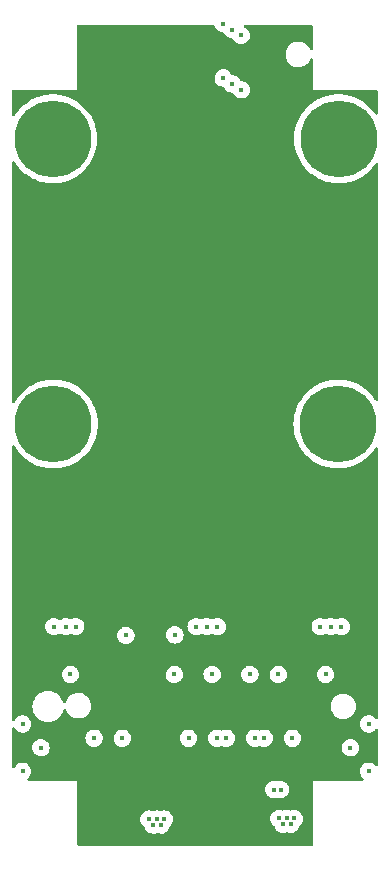
<source format=gbl>
%TF.GenerationSoftware,KiCad,Pcbnew,(6.0.2)*%
%TF.CreationDate,2022-02-24T00:22:58+01:00*%
%TF.ProjectId,mini-pcie-breakout,6d696e69-2d70-4636-9965-2d627265616b,rev?*%
%TF.SameCoordinates,Original*%
%TF.FileFunction,Copper,L4,Bot*%
%TF.FilePolarity,Positive*%
%FSLAX46Y46*%
G04 Gerber Fmt 4.6, Leading zero omitted, Abs format (unit mm)*
G04 Created by KiCad (PCBNEW (6.0.2)) date 2022-02-24 00:22:58*
%MOMM*%
%LPD*%
G01*
G04 APERTURE LIST*
%TA.AperFunction,ComponentPad*%
%ADD10C,6.500000*%
%TD*%
%TA.AperFunction,ViaPad*%
%ADD11C,0.450000*%
%TD*%
G04 APERTURE END LIST*
D10*
%TO.P,H4,1,1*%
%TO.N,GND*%
X48000000Y-62800000D03*
%TD*%
%TO.P,H3,1,1*%
%TO.N,GND*%
X72100000Y-62800000D03*
%TD*%
%TO.P,H2,1,1*%
%TO.N,GND*%
X47950000Y-38650000D03*
%TD*%
%TO.P,H1,1,1*%
%TO.N,GND*%
X72150000Y-38650000D03*
%TD*%
D11*
%TO.N,GND*%
X58300000Y-80650000D03*
%TO.N,+3V3*%
X54150000Y-80700000D03*
%TO.N,+1V5*%
X56099999Y-31700000D03*
X57599999Y-31700000D03*
X56100000Y-32650000D03*
X57600000Y-32650000D03*
X56100000Y-30750000D03*
X57600000Y-30750000D03*
X56100000Y-33350000D03*
X57600000Y-33350000D03*
X57600000Y-30050000D03*
X56100000Y-30050000D03*
%TO.N,+3V3*%
X63150000Y-29400000D03*
X63900000Y-29900000D03*
X62400000Y-28900000D03*
%TO.N,GND*%
X63150000Y-34000000D03*
X63900000Y-34500000D03*
X62400000Y-33500000D03*
X46950000Y-90200000D03*
X45400000Y-92200000D03*
X45400000Y-88200000D03*
X74700000Y-92200000D03*
X73150000Y-90200000D03*
X74700000Y-88200000D03*
X53850000Y-89400000D03*
X51450000Y-89400000D03*
%TO.N,+3V3*%
X72400000Y-79950000D03*
%TO.N,GND*%
X71500000Y-79950000D03*
X70600000Y-79950000D03*
%TO.N,+1V5*%
X69700000Y-79950000D03*
X62800000Y-79950000D03*
%TO.N,GND*%
X61900000Y-79950000D03*
X61000000Y-79950000D03*
%TO.N,+3V3*%
X60100000Y-79950000D03*
%TO.N,GND*%
X49900000Y-79950000D03*
X49050000Y-79950000D03*
%TO.N,+1V5*%
X50900000Y-79950000D03*
%TO.N,+3V3*%
X48050000Y-79950000D03*
X66650000Y-93750000D03*
X67250000Y-93750000D03*
%TO.N,GND*%
X49450000Y-84000000D03*
X58250000Y-84000000D03*
X71050000Y-84000000D03*
X67050000Y-84000000D03*
X64650000Y-84000000D03*
X61450000Y-84000000D03*
X68250000Y-89400000D03*
X65850000Y-89400000D03*
X65050000Y-89400000D03*
X62650000Y-89400000D03*
X61850000Y-89400000D03*
X59450000Y-89400000D03*
%TO.N,+3V3*%
X68400000Y-96200000D03*
X67100000Y-96200000D03*
X67750000Y-96200000D03*
X67450000Y-96700000D03*
X68100000Y-96700000D03*
%TO.N,GND*%
X56450000Y-96750000D03*
X57100000Y-96750000D03*
X57400000Y-96250000D03*
X56100000Y-96250000D03*
X56750000Y-96250000D03*
%TD*%
%TA.AperFunction,Conductor*%
%TO.N,+1V5*%
G36*
X61637450Y-29020002D02*
G01*
X61683943Y-29073658D01*
X61688887Y-29086229D01*
X61729932Y-29209615D01*
X61733581Y-29215640D01*
X61797369Y-29320965D01*
X61815179Y-29350373D01*
X61929491Y-29468747D01*
X62067189Y-29558854D01*
X62221428Y-29616215D01*
X62228409Y-29617146D01*
X62228411Y-29617147D01*
X62383185Y-29637798D01*
X62448062Y-29666634D01*
X62479312Y-29707751D01*
X62479932Y-29709615D01*
X62483579Y-29715636D01*
X62483579Y-29715637D01*
X62500433Y-29743465D01*
X62565179Y-29850373D01*
X62679491Y-29968747D01*
X62817189Y-30058854D01*
X62971428Y-30116215D01*
X62978409Y-30117146D01*
X62978411Y-30117147D01*
X63133185Y-30137798D01*
X63198062Y-30166634D01*
X63229312Y-30207751D01*
X63229932Y-30209615D01*
X63315179Y-30350373D01*
X63429491Y-30468747D01*
X63567189Y-30558854D01*
X63721428Y-30616215D01*
X63728409Y-30617146D01*
X63728411Y-30617147D01*
X63877561Y-30637048D01*
X63877565Y-30637048D01*
X63884542Y-30637979D01*
X63891553Y-30637341D01*
X63891557Y-30637341D01*
X64041403Y-30623704D01*
X64041404Y-30623704D01*
X64048424Y-30623065D01*
X64077062Y-30613760D01*
X64198230Y-30574390D01*
X64198233Y-30574389D01*
X64204929Y-30572213D01*
X64346279Y-30487951D01*
X64465449Y-30374468D01*
X64481458Y-30350373D01*
X64552614Y-30243275D01*
X64552615Y-30243273D01*
X64556515Y-30237403D01*
X64614951Y-30083568D01*
X64637853Y-29920610D01*
X64638141Y-29900000D01*
X64619798Y-29736466D01*
X64565680Y-29581060D01*
X64478476Y-29441505D01*
X64381997Y-29344350D01*
X64367486Y-29329737D01*
X64367482Y-29329734D01*
X64362522Y-29324739D01*
X64226109Y-29238168D01*
X64226108Y-29238167D01*
X64223580Y-29236563D01*
X64223862Y-29236119D01*
X64174836Y-29191407D01*
X64156570Y-29122801D01*
X64178295Y-29055210D01*
X64233114Y-29010094D01*
X64282529Y-29000000D01*
X69874000Y-29000000D01*
X69942121Y-29020002D01*
X69988614Y-29073658D01*
X70000000Y-29126000D01*
X70000000Y-31047461D01*
X69979998Y-31115582D01*
X69926342Y-31162075D01*
X69856068Y-31172179D01*
X69791488Y-31142685D01*
X69759299Y-31099612D01*
X69735146Y-31046490D01*
X69694426Y-30956931D01*
X69574695Y-30788142D01*
X69570372Y-30784004D01*
X69570368Y-30783999D01*
X69429538Y-30649184D01*
X69425208Y-30645039D01*
X69382011Y-30617147D01*
X69256394Y-30536037D01*
X69256391Y-30536036D01*
X69251357Y-30532785D01*
X69059416Y-30455430D01*
X69053535Y-30454282D01*
X69053530Y-30454280D01*
X68860756Y-30416634D01*
X68860753Y-30416634D01*
X68856310Y-30415766D01*
X68850871Y-30415500D01*
X68698296Y-30415500D01*
X68543993Y-30430222D01*
X68538239Y-30431910D01*
X68351173Y-30486789D01*
X68351171Y-30486790D01*
X68345420Y-30488477D01*
X68340087Y-30491223D01*
X68340086Y-30491224D01*
X68166775Y-30580484D01*
X68166772Y-30580486D01*
X68161444Y-30583230D01*
X67998706Y-30711063D01*
X67863076Y-30867363D01*
X67759448Y-31046490D01*
X67691562Y-31241981D01*
X67661868Y-31446781D01*
X67671436Y-31653502D01*
X67672840Y-31659327D01*
X67672840Y-31659328D01*
X67696625Y-31758019D01*
X67719921Y-31854685D01*
X67722403Y-31860143D01*
X67722404Y-31860147D01*
X67745973Y-31911984D01*
X67805574Y-32043069D01*
X67925305Y-32211858D01*
X67929628Y-32215996D01*
X67929632Y-32216001D01*
X68009694Y-32292643D01*
X68074792Y-32354961D01*
X68079827Y-32358212D01*
X68243606Y-32463963D01*
X68243609Y-32463964D01*
X68248643Y-32467215D01*
X68440584Y-32544570D01*
X68446465Y-32545718D01*
X68446470Y-32545720D01*
X68639244Y-32583366D01*
X68639247Y-32583366D01*
X68643690Y-32584234D01*
X68649129Y-32584500D01*
X68801704Y-32584500D01*
X68956007Y-32569778D01*
X68961761Y-32568090D01*
X69148827Y-32513211D01*
X69148829Y-32513210D01*
X69154580Y-32511523D01*
X69236257Y-32469457D01*
X69333225Y-32419516D01*
X69333228Y-32419514D01*
X69338556Y-32416770D01*
X69501294Y-32288937D01*
X69636924Y-32132637D01*
X69740552Y-31953510D01*
X69742520Y-31947842D01*
X69742523Y-31947836D01*
X69754973Y-31911984D01*
X69796214Y-31854195D01*
X69862153Y-31827876D01*
X69931852Y-31841384D01*
X69983184Y-31890431D01*
X70000000Y-31953318D01*
X70000000Y-34500000D01*
X75374000Y-34500000D01*
X75442121Y-34520002D01*
X75488614Y-34573658D01*
X75500000Y-34626000D01*
X75500000Y-36478649D01*
X75479998Y-36546770D01*
X75426342Y-36593263D01*
X75356068Y-36603367D01*
X75291488Y-36573873D01*
X75267031Y-36545235D01*
X75240255Y-36502217D01*
X75007388Y-36200922D01*
X74745266Y-35924702D01*
X74456572Y-35676386D01*
X74144261Y-35458515D01*
X73811532Y-35273321D01*
X73808612Y-35272063D01*
X73808607Y-35272061D01*
X73464726Y-35123962D01*
X73464716Y-35123958D01*
X73461792Y-35122699D01*
X73098620Y-35008191D01*
X72819429Y-34950373D01*
X72728861Y-34931617D01*
X72728858Y-34931617D01*
X72725736Y-34930970D01*
X72447836Y-34902253D01*
X72350113Y-34892154D01*
X72350110Y-34892154D01*
X72346957Y-34891828D01*
X72343790Y-34891822D01*
X72343781Y-34891822D01*
X72156199Y-34891495D01*
X71966162Y-34891163D01*
X71587249Y-34928983D01*
X71584114Y-34929621D01*
X71584113Y-34929621D01*
X71392541Y-34968597D01*
X71214098Y-35004902D01*
X70850529Y-35118141D01*
X70500265Y-35267541D01*
X70497477Y-35269080D01*
X70497475Y-35269081D01*
X70398181Y-35323894D01*
X70166891Y-35451573D01*
X70164270Y-35453388D01*
X70164265Y-35453391D01*
X69856446Y-35666536D01*
X69853822Y-35668353D01*
X69564263Y-35915660D01*
X69301178Y-36190963D01*
X69299221Y-36193476D01*
X69299220Y-36193478D01*
X69077221Y-36478649D01*
X69067261Y-36491443D01*
X68864906Y-36814023D01*
X68696186Y-37155401D01*
X68695072Y-37158382D01*
X68695071Y-37158383D01*
X68691675Y-37167467D01*
X68562829Y-37512082D01*
X68466199Y-37880414D01*
X68465706Y-37883563D01*
X68465704Y-37883572D01*
X68420542Y-38171974D01*
X68407286Y-38256625D01*
X68407115Y-38259791D01*
X68407114Y-38259796D01*
X68406578Y-38269692D01*
X68386693Y-38636864D01*
X68386843Y-38640045D01*
X68387393Y-38651697D01*
X68404631Y-39017237D01*
X68460916Y-39393850D01*
X68461702Y-39396932D01*
X68461702Y-39396934D01*
X68469950Y-39429290D01*
X68554972Y-39762847D01*
X68685836Y-40120450D01*
X68852169Y-40462998D01*
X69052266Y-40786983D01*
X69284080Y-41089089D01*
X69545237Y-41366222D01*
X69833063Y-41615545D01*
X69835673Y-41617380D01*
X69835679Y-41617384D01*
X69869932Y-41641457D01*
X70144611Y-41834504D01*
X70476691Y-42020859D01*
X70479605Y-42022126D01*
X70479609Y-42022128D01*
X70622884Y-42084426D01*
X70825904Y-42172701D01*
X70868744Y-42186373D01*
X71185629Y-42287504D01*
X71185637Y-42287506D01*
X71188673Y-42288475D01*
X71391044Y-42331121D01*
X71558166Y-42366340D01*
X71558171Y-42366341D01*
X71561285Y-42366997D01*
X71939925Y-42407462D01*
X71943112Y-42407479D01*
X71943118Y-42407479D01*
X72115791Y-42408383D01*
X72320716Y-42409456D01*
X72464092Y-42395650D01*
X72696594Y-42373263D01*
X72696599Y-42373262D01*
X72699759Y-42372958D01*
X72702879Y-42372335D01*
X72702883Y-42372334D01*
X73070045Y-42298968D01*
X73070044Y-42298968D01*
X73073173Y-42298343D01*
X73076209Y-42297409D01*
X73076217Y-42297407D01*
X73434090Y-42187310D01*
X73434094Y-42187309D01*
X73437135Y-42186373D01*
X73440070Y-42185133D01*
X73440076Y-42185131D01*
X73595860Y-42119325D01*
X73787918Y-42038197D01*
X74121932Y-41855330D01*
X74435756Y-41639644D01*
X74438195Y-41637576D01*
X74438201Y-41637571D01*
X74723736Y-41395420D01*
X74726177Y-41393350D01*
X74728383Y-41391058D01*
X74728389Y-41391052D01*
X74988014Y-41121260D01*
X74990221Y-41118967D01*
X75225186Y-40819305D01*
X75267498Y-40752374D01*
X75320805Y-40705484D01*
X75391001Y-40694856D01*
X75455800Y-40723867D01*
X75494628Y-40783305D01*
X75500000Y-40819704D01*
X75500000Y-60708976D01*
X75479998Y-60777097D01*
X75426342Y-60823590D01*
X75356068Y-60833694D01*
X75291488Y-60804200D01*
X75267030Y-60775560D01*
X75191941Y-60654926D01*
X75190255Y-60652217D01*
X74957388Y-60350922D01*
X74695266Y-60074702D01*
X74406572Y-59826386D01*
X74094261Y-59608515D01*
X73761532Y-59423321D01*
X73758612Y-59422063D01*
X73758607Y-59422061D01*
X73414726Y-59273962D01*
X73414716Y-59273958D01*
X73411792Y-59272699D01*
X73048620Y-59158191D01*
X72783149Y-59103214D01*
X72678861Y-59081617D01*
X72678858Y-59081617D01*
X72675736Y-59080970D01*
X72397836Y-59052253D01*
X72300113Y-59042154D01*
X72300110Y-59042154D01*
X72296957Y-59041828D01*
X72293790Y-59041822D01*
X72293781Y-59041822D01*
X72106199Y-59041495D01*
X71916162Y-59041163D01*
X71537249Y-59078983D01*
X71534114Y-59079621D01*
X71534113Y-59079621D01*
X71167219Y-59154267D01*
X71164098Y-59154902D01*
X70800529Y-59268141D01*
X70450265Y-59417541D01*
X70447477Y-59419080D01*
X70447475Y-59419081D01*
X70348181Y-59473894D01*
X70116891Y-59601573D01*
X70114270Y-59603388D01*
X70114265Y-59603391D01*
X69806446Y-59816536D01*
X69803822Y-59818353D01*
X69514263Y-60065660D01*
X69251178Y-60340963D01*
X69017261Y-60641443D01*
X68814906Y-60964023D01*
X68646186Y-61305401D01*
X68645072Y-61308382D01*
X68645071Y-61308383D01*
X68641675Y-61317467D01*
X68512829Y-61662082D01*
X68416199Y-62030414D01*
X68415706Y-62033563D01*
X68415704Y-62033572D01*
X68370542Y-62321974D01*
X68357286Y-62406625D01*
X68357115Y-62409791D01*
X68357114Y-62409796D01*
X68356578Y-62419692D01*
X68336693Y-62786864D01*
X68336843Y-62790045D01*
X68337393Y-62801697D01*
X68354631Y-63167237D01*
X68410916Y-63543850D01*
X68411702Y-63546932D01*
X68411702Y-63546934D01*
X68419950Y-63579290D01*
X68504972Y-63912847D01*
X68635836Y-64270450D01*
X68802169Y-64612998D01*
X68914436Y-64794774D01*
X68932044Y-64823283D01*
X69002266Y-64936983D01*
X69234080Y-65239089D01*
X69495237Y-65516222D01*
X69783063Y-65765545D01*
X69785673Y-65767380D01*
X69785679Y-65767384D01*
X69819932Y-65791457D01*
X70094611Y-65984504D01*
X70426691Y-66170859D01*
X70429605Y-66172126D01*
X70429609Y-66172128D01*
X70572884Y-66234426D01*
X70775904Y-66322701D01*
X70818744Y-66336373D01*
X71135629Y-66437504D01*
X71135637Y-66437506D01*
X71138673Y-66438475D01*
X71341044Y-66481121D01*
X71508166Y-66516340D01*
X71508171Y-66516341D01*
X71511285Y-66516997D01*
X71889925Y-66557462D01*
X71893112Y-66557479D01*
X71893118Y-66557479D01*
X72065791Y-66558383D01*
X72270716Y-66559456D01*
X72414092Y-66545650D01*
X72646594Y-66523263D01*
X72646599Y-66523262D01*
X72649759Y-66522958D01*
X72652879Y-66522335D01*
X72652883Y-66522334D01*
X73020045Y-66448968D01*
X73020044Y-66448968D01*
X73023173Y-66448343D01*
X73026209Y-66447409D01*
X73026217Y-66447407D01*
X73384090Y-66337310D01*
X73384094Y-66337309D01*
X73387135Y-66336373D01*
X73390070Y-66335133D01*
X73390076Y-66335131D01*
X73545860Y-66269325D01*
X73737918Y-66188197D01*
X74071932Y-66005330D01*
X74385756Y-65789644D01*
X74388195Y-65787576D01*
X74388201Y-65787571D01*
X74673736Y-65545420D01*
X74676177Y-65543350D01*
X74678383Y-65541058D01*
X74678389Y-65541052D01*
X74938014Y-65271260D01*
X74940221Y-65268967D01*
X75175186Y-64969305D01*
X75267498Y-64823282D01*
X75320804Y-64776391D01*
X75391001Y-64765763D01*
X75455800Y-64794774D01*
X75494628Y-64854212D01*
X75500000Y-64890611D01*
X75500000Y-87660440D01*
X75479998Y-87728561D01*
X75426342Y-87775054D01*
X75356068Y-87785158D01*
X75291488Y-87755664D01*
X75279493Y-87743133D01*
X75278476Y-87741505D01*
X75212082Y-87674646D01*
X75167486Y-87629737D01*
X75167482Y-87629734D01*
X75162522Y-87624739D01*
X75023580Y-87536563D01*
X74943961Y-87508212D01*
X74875189Y-87483723D01*
X74875187Y-87483722D01*
X74868555Y-87481361D01*
X74861569Y-87480528D01*
X74861565Y-87480527D01*
X74747071Y-87466875D01*
X74705153Y-87461877D01*
X74698150Y-87462613D01*
X74698149Y-87462613D01*
X74654935Y-87467155D01*
X74541495Y-87479078D01*
X74534827Y-87481348D01*
X74392382Y-87529840D01*
X74392379Y-87529841D01*
X74385715Y-87532110D01*
X74245555Y-87618337D01*
X74233914Y-87629737D01*
X74143691Y-87718090D01*
X74127982Y-87733473D01*
X74038838Y-87871797D01*
X74036427Y-87878420D01*
X74036426Y-87878423D01*
X73984966Y-88019809D01*
X73984965Y-88019814D01*
X73982556Y-88026432D01*
X73961931Y-88189694D01*
X73977989Y-88353468D01*
X74029932Y-88509615D01*
X74033581Y-88515640D01*
X74093358Y-88614342D01*
X74115179Y-88650373D01*
X74120070Y-88655438D01*
X74120071Y-88655439D01*
X74127571Y-88663205D01*
X74229491Y-88768747D01*
X74367189Y-88858854D01*
X74521428Y-88916215D01*
X74528409Y-88917146D01*
X74528411Y-88917147D01*
X74677561Y-88937048D01*
X74677565Y-88937048D01*
X74684542Y-88937979D01*
X74691553Y-88937341D01*
X74691557Y-88937341D01*
X74841403Y-88923704D01*
X74841404Y-88923704D01*
X74848424Y-88923065D01*
X74877062Y-88913760D01*
X74998230Y-88874390D01*
X74998233Y-88874389D01*
X75004929Y-88872213D01*
X75146279Y-88787951D01*
X75265449Y-88674468D01*
X75269350Y-88668596D01*
X75273874Y-88663205D01*
X75274939Y-88664099D01*
X75323409Y-88623375D01*
X75393829Y-88614342D01*
X75457953Y-88644815D01*
X75495423Y-88705119D01*
X75500000Y-88738772D01*
X75500000Y-91660440D01*
X75479998Y-91728561D01*
X75426342Y-91775054D01*
X75356068Y-91785158D01*
X75291488Y-91755664D01*
X75279493Y-91743133D01*
X75278476Y-91741505D01*
X75197975Y-91660440D01*
X75167486Y-91629737D01*
X75167482Y-91629734D01*
X75162522Y-91624739D01*
X75023580Y-91536563D01*
X74974447Y-91519068D01*
X74875189Y-91483723D01*
X74875187Y-91483722D01*
X74868555Y-91481361D01*
X74861569Y-91480528D01*
X74861565Y-91480527D01*
X74747071Y-91466875D01*
X74705153Y-91461877D01*
X74698150Y-91462613D01*
X74698149Y-91462613D01*
X74654935Y-91467155D01*
X74541495Y-91479078D01*
X74534827Y-91481348D01*
X74392382Y-91529840D01*
X74392379Y-91529841D01*
X74385715Y-91532110D01*
X74245555Y-91618337D01*
X74127982Y-91733473D01*
X74038838Y-91871797D01*
X74036427Y-91878420D01*
X74036426Y-91878423D01*
X73984966Y-92019809D01*
X73984965Y-92019814D01*
X73982556Y-92026432D01*
X73961931Y-92189694D01*
X73977989Y-92353468D01*
X74029932Y-92509615D01*
X74033581Y-92515640D01*
X74093358Y-92614342D01*
X74115179Y-92650373D01*
X74229491Y-92768747D01*
X74235384Y-92772603D01*
X74240595Y-92776914D01*
X74280335Y-92835746D01*
X74281958Y-92906724D01*
X74244950Y-92967313D01*
X74181061Y-92998275D01*
X74160282Y-93000000D01*
X70000000Y-93000000D01*
X70000000Y-98374000D01*
X69979998Y-98442121D01*
X69926342Y-98488614D01*
X69874000Y-98500000D01*
X50126000Y-98500000D01*
X50057879Y-98479998D01*
X50011386Y-98426342D01*
X50000000Y-98374000D01*
X50000000Y-96239694D01*
X55361931Y-96239694D01*
X55377989Y-96403468D01*
X55429932Y-96559615D01*
X55433581Y-96565640D01*
X55495935Y-96668597D01*
X55515179Y-96700373D01*
X55629491Y-96818747D01*
X55635384Y-96822603D01*
X55682657Y-96853538D01*
X55728705Y-96907576D01*
X55733221Y-96919198D01*
X55770351Y-97030813D01*
X55779932Y-97059615D01*
X55783581Y-97065640D01*
X55845935Y-97168597D01*
X55865179Y-97200373D01*
X55979491Y-97318747D01*
X56117189Y-97408854D01*
X56271428Y-97466215D01*
X56278409Y-97467146D01*
X56278411Y-97467147D01*
X56427561Y-97487048D01*
X56427565Y-97487048D01*
X56434542Y-97487979D01*
X56441553Y-97487341D01*
X56441557Y-97487341D01*
X56591403Y-97473704D01*
X56591404Y-97473704D01*
X56598424Y-97473065D01*
X56738913Y-97427417D01*
X56809879Y-97425389D01*
X56821765Y-97429151D01*
X56921428Y-97466215D01*
X56928409Y-97467146D01*
X56928411Y-97467147D01*
X57077561Y-97487048D01*
X57077565Y-97487048D01*
X57084542Y-97487979D01*
X57091553Y-97487341D01*
X57091557Y-97487341D01*
X57241403Y-97473704D01*
X57241404Y-97473704D01*
X57248424Y-97473065D01*
X57356407Y-97437979D01*
X57398230Y-97424390D01*
X57398233Y-97424389D01*
X57404929Y-97422213D01*
X57546279Y-97337951D01*
X57665449Y-97224468D01*
X57681458Y-97200373D01*
X57752614Y-97093275D01*
X57752615Y-97093273D01*
X57756515Y-97087403D01*
X57814951Y-96933568D01*
X57815931Y-96926597D01*
X57815932Y-96926592D01*
X57819518Y-96901072D01*
X57848806Y-96836398D01*
X57857400Y-96827361D01*
X57960346Y-96729327D01*
X57965449Y-96724468D01*
X57981458Y-96700373D01*
X58052614Y-96593275D01*
X58052615Y-96593273D01*
X58056515Y-96587403D01*
X58114951Y-96433568D01*
X58137853Y-96270610D01*
X58138141Y-96250000D01*
X58131377Y-96189694D01*
X66361931Y-96189694D01*
X66377989Y-96353468D01*
X66429932Y-96509615D01*
X66433581Y-96515640D01*
X66477043Y-96587403D01*
X66515179Y-96650373D01*
X66629491Y-96768747D01*
X66635384Y-96772603D01*
X66682657Y-96803538D01*
X66728705Y-96857576D01*
X66733221Y-96869198D01*
X66756825Y-96940154D01*
X66779932Y-97009615D01*
X66783581Y-97015640D01*
X66827043Y-97087403D01*
X66865179Y-97150373D01*
X66979491Y-97268747D01*
X67117189Y-97358854D01*
X67271428Y-97416215D01*
X67278409Y-97417146D01*
X67278411Y-97417147D01*
X67427561Y-97437048D01*
X67427565Y-97437048D01*
X67434542Y-97437979D01*
X67441553Y-97437341D01*
X67441557Y-97437341D01*
X67591403Y-97423704D01*
X67591404Y-97423704D01*
X67598424Y-97423065D01*
X67738913Y-97377417D01*
X67809879Y-97375389D01*
X67821765Y-97379151D01*
X67921428Y-97416215D01*
X67928409Y-97417146D01*
X67928411Y-97417147D01*
X68077561Y-97437048D01*
X68077565Y-97437048D01*
X68084542Y-97437979D01*
X68091553Y-97437341D01*
X68091557Y-97437341D01*
X68241403Y-97423704D01*
X68241404Y-97423704D01*
X68248424Y-97423065D01*
X68292161Y-97408854D01*
X68398230Y-97374390D01*
X68398233Y-97374389D01*
X68404929Y-97372213D01*
X68546279Y-97287951D01*
X68665449Y-97174468D01*
X68681458Y-97150373D01*
X68752614Y-97043275D01*
X68752615Y-97043273D01*
X68756515Y-97037403D01*
X68814951Y-96883568D01*
X68815931Y-96876597D01*
X68815932Y-96876592D01*
X68819518Y-96851072D01*
X68848806Y-96786398D01*
X68857400Y-96777361D01*
X68912943Y-96724468D01*
X68965449Y-96674468D01*
X68981458Y-96650373D01*
X69052614Y-96543275D01*
X69052615Y-96543273D01*
X69056515Y-96537403D01*
X69114951Y-96383568D01*
X69133723Y-96250000D01*
X69137302Y-96224534D01*
X69137303Y-96224527D01*
X69137853Y-96220610D01*
X69138141Y-96200000D01*
X69119798Y-96036466D01*
X69113998Y-96019809D01*
X69083092Y-95931060D01*
X69065680Y-95881060D01*
X69006597Y-95786507D01*
X68982209Y-95747479D01*
X68978476Y-95741505D01*
X68905817Y-95668337D01*
X68867486Y-95629737D01*
X68867482Y-95629734D01*
X68862522Y-95624739D01*
X68723580Y-95536563D01*
X68654254Y-95511877D01*
X68575189Y-95483723D01*
X68575187Y-95483722D01*
X68568555Y-95481361D01*
X68561569Y-95480528D01*
X68561565Y-95480527D01*
X68447071Y-95466875D01*
X68405153Y-95461877D01*
X68398150Y-95462613D01*
X68398149Y-95462613D01*
X68354935Y-95467155D01*
X68241495Y-95479078D01*
X68234824Y-95481349D01*
X68114653Y-95522258D01*
X68043721Y-95525276D01*
X68031781Y-95521679D01*
X67925190Y-95483723D01*
X67925185Y-95483722D01*
X67918555Y-95481361D01*
X67911569Y-95480528D01*
X67911565Y-95480527D01*
X67797071Y-95466875D01*
X67755153Y-95461877D01*
X67748150Y-95462613D01*
X67748149Y-95462613D01*
X67704935Y-95467155D01*
X67591495Y-95479078D01*
X67584824Y-95481349D01*
X67464653Y-95522258D01*
X67393721Y-95525276D01*
X67381781Y-95521679D01*
X67275190Y-95483723D01*
X67275185Y-95483722D01*
X67268555Y-95481361D01*
X67261569Y-95480528D01*
X67261565Y-95480527D01*
X67147071Y-95466875D01*
X67105153Y-95461877D01*
X67098150Y-95462613D01*
X67098149Y-95462613D01*
X67054935Y-95467155D01*
X66941495Y-95479078D01*
X66934827Y-95481348D01*
X66792382Y-95529840D01*
X66792379Y-95529841D01*
X66785715Y-95532110D01*
X66645555Y-95618337D01*
X66527982Y-95733473D01*
X66438838Y-95871797D01*
X66436427Y-95878420D01*
X66436426Y-95878423D01*
X66384966Y-96019809D01*
X66384965Y-96019814D01*
X66382556Y-96026432D01*
X66361931Y-96189694D01*
X58131377Y-96189694D01*
X58119798Y-96086466D01*
X58113998Y-96069809D01*
X58067998Y-95937717D01*
X58065680Y-95931060D01*
X58034437Y-95881060D01*
X57982209Y-95797479D01*
X57978476Y-95791505D01*
X57915955Y-95728546D01*
X57867486Y-95679737D01*
X57867482Y-95679734D01*
X57862522Y-95674739D01*
X57723580Y-95586563D01*
X57674447Y-95569068D01*
X57575189Y-95533723D01*
X57575187Y-95533722D01*
X57568555Y-95531361D01*
X57561569Y-95530528D01*
X57561565Y-95530527D01*
X57447071Y-95516875D01*
X57405153Y-95511877D01*
X57398150Y-95512613D01*
X57398149Y-95512613D01*
X57354935Y-95517155D01*
X57241495Y-95529078D01*
X57234824Y-95531349D01*
X57114653Y-95572258D01*
X57043721Y-95575276D01*
X57031781Y-95571679D01*
X56925190Y-95533723D01*
X56925185Y-95533722D01*
X56918555Y-95531361D01*
X56911569Y-95530528D01*
X56911565Y-95530527D01*
X56797071Y-95516875D01*
X56755153Y-95511877D01*
X56748150Y-95512613D01*
X56748149Y-95512613D01*
X56704935Y-95517155D01*
X56591495Y-95529078D01*
X56584824Y-95531349D01*
X56464653Y-95572258D01*
X56393721Y-95575276D01*
X56381781Y-95571679D01*
X56275190Y-95533723D01*
X56275185Y-95533722D01*
X56268555Y-95531361D01*
X56261569Y-95530528D01*
X56261565Y-95530527D01*
X56147071Y-95516875D01*
X56105153Y-95511877D01*
X56098150Y-95512613D01*
X56098149Y-95512613D01*
X56054935Y-95517155D01*
X55941495Y-95529078D01*
X55934827Y-95531348D01*
X55792382Y-95579840D01*
X55792379Y-95579841D01*
X55785715Y-95582110D01*
X55645555Y-95668337D01*
X55527982Y-95783473D01*
X55438838Y-95921797D01*
X55436427Y-95928420D01*
X55436426Y-95928423D01*
X55384966Y-96069809D01*
X55384965Y-96069814D01*
X55382556Y-96076432D01*
X55361931Y-96239694D01*
X50000000Y-96239694D01*
X50000000Y-93739694D01*
X65911931Y-93739694D01*
X65927989Y-93903468D01*
X65979932Y-94059615D01*
X66065179Y-94200373D01*
X66179491Y-94318747D01*
X66317189Y-94408854D01*
X66471428Y-94466215D01*
X66478409Y-94467146D01*
X66478411Y-94467147D01*
X66627561Y-94487048D01*
X66627565Y-94487048D01*
X66634542Y-94487979D01*
X66641553Y-94487341D01*
X66641557Y-94487341D01*
X66791406Y-94473704D01*
X66791409Y-94473703D01*
X66798424Y-94473065D01*
X66912229Y-94436087D01*
X66983196Y-94434059D01*
X66995083Y-94437822D01*
X67071428Y-94466215D01*
X67078413Y-94467147D01*
X67227561Y-94487048D01*
X67227565Y-94487048D01*
X67234542Y-94487979D01*
X67241553Y-94487341D01*
X67241557Y-94487341D01*
X67391403Y-94473704D01*
X67391404Y-94473704D01*
X67398424Y-94473065D01*
X67512230Y-94436087D01*
X67548230Y-94424390D01*
X67548233Y-94424389D01*
X67554929Y-94422213D01*
X67696279Y-94337951D01*
X67815449Y-94224468D01*
X67831458Y-94200373D01*
X67902614Y-94093275D01*
X67902615Y-94093273D01*
X67906515Y-94087403D01*
X67964951Y-93933568D01*
X67987853Y-93770610D01*
X67988141Y-93750000D01*
X67969798Y-93586466D01*
X67963998Y-93569809D01*
X67917998Y-93437717D01*
X67915680Y-93431060D01*
X67828476Y-93291505D01*
X67770499Y-93233122D01*
X67717486Y-93179737D01*
X67717482Y-93179734D01*
X67712522Y-93174739D01*
X67573580Y-93086563D01*
X67524447Y-93069068D01*
X67425189Y-93033723D01*
X67425187Y-93033722D01*
X67418555Y-93031361D01*
X67411569Y-93030528D01*
X67411565Y-93030527D01*
X67297071Y-93016875D01*
X67255153Y-93011877D01*
X67248150Y-93012613D01*
X67248149Y-93012613D01*
X67098503Y-93028341D01*
X67098499Y-93028342D01*
X67091495Y-93029078D01*
X67084824Y-93031349D01*
X66990216Y-93063556D01*
X66919284Y-93066574D01*
X66907345Y-93062977D01*
X66825193Y-93033724D01*
X66825188Y-93033723D01*
X66818555Y-93031361D01*
X66811569Y-93030528D01*
X66811565Y-93030527D01*
X66697071Y-93016875D01*
X66655153Y-93011877D01*
X66648150Y-93012613D01*
X66648149Y-93012613D01*
X66604935Y-93017155D01*
X66491495Y-93029078D01*
X66484827Y-93031348D01*
X66342382Y-93079840D01*
X66342379Y-93079841D01*
X66335715Y-93082110D01*
X66195555Y-93168337D01*
X66077982Y-93283473D01*
X65988838Y-93421797D01*
X65986427Y-93428420D01*
X65986426Y-93428423D01*
X65934966Y-93569809D01*
X65934965Y-93569814D01*
X65932556Y-93576432D01*
X65911931Y-93739694D01*
X50000000Y-93739694D01*
X50000000Y-93000000D01*
X45938628Y-93000000D01*
X45870507Y-92979998D01*
X45824014Y-92926342D01*
X45813910Y-92856068D01*
X45843404Y-92791488D01*
X45851737Y-92782754D01*
X45960342Y-92679332D01*
X45960345Y-92679328D01*
X45965449Y-92674468D01*
X45981458Y-92650373D01*
X46052614Y-92543275D01*
X46052615Y-92543273D01*
X46056515Y-92537403D01*
X46114951Y-92383568D01*
X46137853Y-92220610D01*
X46138141Y-92200000D01*
X46119798Y-92036466D01*
X46113998Y-92019809D01*
X46067998Y-91887717D01*
X46065680Y-91881060D01*
X45978476Y-91741505D01*
X45897975Y-91660440D01*
X45867486Y-91629737D01*
X45867482Y-91629734D01*
X45862522Y-91624739D01*
X45723580Y-91536563D01*
X45674447Y-91519068D01*
X45575189Y-91483723D01*
X45575187Y-91483722D01*
X45568555Y-91481361D01*
X45561569Y-91480528D01*
X45561565Y-91480527D01*
X45447071Y-91466875D01*
X45405153Y-91461877D01*
X45398150Y-91462613D01*
X45398149Y-91462613D01*
X45354935Y-91467155D01*
X45241495Y-91479078D01*
X45234827Y-91481348D01*
X45092382Y-91529840D01*
X45092379Y-91529841D01*
X45085715Y-91532110D01*
X44945555Y-91618337D01*
X44827982Y-91733473D01*
X44738838Y-91871797D01*
X44737790Y-91874677D01*
X44690654Y-91925644D01*
X44621921Y-91943430D01*
X44554484Y-91921233D01*
X44509752Y-91866101D01*
X44500000Y-91817496D01*
X44500000Y-90189694D01*
X46211931Y-90189694D01*
X46227989Y-90353468D01*
X46279932Y-90509615D01*
X46365179Y-90650373D01*
X46479491Y-90768747D01*
X46617189Y-90858854D01*
X46771428Y-90916215D01*
X46778409Y-90917146D01*
X46778411Y-90917147D01*
X46927561Y-90937048D01*
X46927565Y-90937048D01*
X46934542Y-90937979D01*
X46941553Y-90937341D01*
X46941557Y-90937341D01*
X47091403Y-90923704D01*
X47091404Y-90923704D01*
X47098424Y-90923065D01*
X47127062Y-90913760D01*
X47248230Y-90874390D01*
X47248233Y-90874389D01*
X47254929Y-90872213D01*
X47396279Y-90787951D01*
X47515449Y-90674468D01*
X47531458Y-90650373D01*
X47602614Y-90543275D01*
X47602615Y-90543273D01*
X47606515Y-90537403D01*
X47664951Y-90383568D01*
X47687853Y-90220610D01*
X47688141Y-90200000D01*
X47686985Y-90189694D01*
X72411931Y-90189694D01*
X72427989Y-90353468D01*
X72479932Y-90509615D01*
X72565179Y-90650373D01*
X72679491Y-90768747D01*
X72817189Y-90858854D01*
X72971428Y-90916215D01*
X72978409Y-90917146D01*
X72978411Y-90917147D01*
X73127561Y-90937048D01*
X73127565Y-90937048D01*
X73134542Y-90937979D01*
X73141553Y-90937341D01*
X73141557Y-90937341D01*
X73291403Y-90923704D01*
X73291404Y-90923704D01*
X73298424Y-90923065D01*
X73327062Y-90913760D01*
X73448230Y-90874390D01*
X73448233Y-90874389D01*
X73454929Y-90872213D01*
X73596279Y-90787951D01*
X73715449Y-90674468D01*
X73731458Y-90650373D01*
X73802614Y-90543275D01*
X73802615Y-90543273D01*
X73806515Y-90537403D01*
X73864951Y-90383568D01*
X73887853Y-90220610D01*
X73888141Y-90200000D01*
X73869798Y-90036466D01*
X73863998Y-90019809D01*
X73817998Y-89887717D01*
X73815680Y-89881060D01*
X73728476Y-89741505D01*
X73670499Y-89683122D01*
X73617486Y-89629737D01*
X73617482Y-89629734D01*
X73612522Y-89624739D01*
X73473580Y-89536563D01*
X73424447Y-89519068D01*
X73325189Y-89483723D01*
X73325187Y-89483722D01*
X73318555Y-89481361D01*
X73311569Y-89480528D01*
X73311565Y-89480527D01*
X73197071Y-89466875D01*
X73155153Y-89461877D01*
X73148150Y-89462613D01*
X73148149Y-89462613D01*
X73104935Y-89467155D01*
X72991495Y-89479078D01*
X72984827Y-89481348D01*
X72842382Y-89529840D01*
X72842379Y-89529841D01*
X72835715Y-89532110D01*
X72695555Y-89618337D01*
X72683914Y-89629737D01*
X72609173Y-89702929D01*
X72577982Y-89733473D01*
X72488838Y-89871797D01*
X72486427Y-89878420D01*
X72486426Y-89878423D01*
X72434966Y-90019809D01*
X72434965Y-90019814D01*
X72432556Y-90026432D01*
X72411931Y-90189694D01*
X47686985Y-90189694D01*
X47669798Y-90036466D01*
X47663998Y-90019809D01*
X47617998Y-89887717D01*
X47615680Y-89881060D01*
X47528476Y-89741505D01*
X47470499Y-89683122D01*
X47417486Y-89629737D01*
X47417482Y-89629734D01*
X47412522Y-89624739D01*
X47273580Y-89536563D01*
X47224447Y-89519068D01*
X47125189Y-89483723D01*
X47125187Y-89483722D01*
X47118555Y-89481361D01*
X47111569Y-89480528D01*
X47111565Y-89480527D01*
X46997071Y-89466875D01*
X46955153Y-89461877D01*
X46948150Y-89462613D01*
X46948149Y-89462613D01*
X46904935Y-89467155D01*
X46791495Y-89479078D01*
X46784827Y-89481348D01*
X46642382Y-89529840D01*
X46642379Y-89529841D01*
X46635715Y-89532110D01*
X46495555Y-89618337D01*
X46483914Y-89629737D01*
X46409173Y-89702929D01*
X46377982Y-89733473D01*
X46288838Y-89871797D01*
X46286427Y-89878420D01*
X46286426Y-89878423D01*
X46234966Y-90019809D01*
X46234965Y-90019814D01*
X46232556Y-90026432D01*
X46211931Y-90189694D01*
X44500000Y-90189694D01*
X44500000Y-89389694D01*
X50711931Y-89389694D01*
X50727989Y-89553468D01*
X50779932Y-89709615D01*
X50783581Y-89715640D01*
X50802864Y-89747479D01*
X50865179Y-89850373D01*
X50870070Y-89855438D01*
X50870071Y-89855439D01*
X50936561Y-89924291D01*
X50979491Y-89968747D01*
X51117189Y-90058854D01*
X51271428Y-90116215D01*
X51278409Y-90117146D01*
X51278411Y-90117147D01*
X51427561Y-90137048D01*
X51427565Y-90137048D01*
X51434542Y-90137979D01*
X51441553Y-90137341D01*
X51441557Y-90137341D01*
X51591403Y-90123704D01*
X51591404Y-90123704D01*
X51598424Y-90123065D01*
X51627062Y-90113760D01*
X51748230Y-90074390D01*
X51748233Y-90074389D01*
X51754929Y-90072213D01*
X51896279Y-89987951D01*
X52015449Y-89874468D01*
X52031458Y-89850373D01*
X52102614Y-89743275D01*
X52102615Y-89743273D01*
X52106515Y-89737403D01*
X52164951Y-89583568D01*
X52179317Y-89481348D01*
X52187302Y-89424534D01*
X52187303Y-89424527D01*
X52187853Y-89420610D01*
X52188141Y-89400000D01*
X52186985Y-89389694D01*
X53111931Y-89389694D01*
X53127989Y-89553468D01*
X53179932Y-89709615D01*
X53183581Y-89715640D01*
X53202864Y-89747479D01*
X53265179Y-89850373D01*
X53270070Y-89855438D01*
X53270071Y-89855439D01*
X53336561Y-89924291D01*
X53379491Y-89968747D01*
X53517189Y-90058854D01*
X53671428Y-90116215D01*
X53678409Y-90117146D01*
X53678411Y-90117147D01*
X53827561Y-90137048D01*
X53827565Y-90137048D01*
X53834542Y-90137979D01*
X53841553Y-90137341D01*
X53841557Y-90137341D01*
X53991403Y-90123704D01*
X53991404Y-90123704D01*
X53998424Y-90123065D01*
X54027062Y-90113760D01*
X54148230Y-90074390D01*
X54148233Y-90074389D01*
X54154929Y-90072213D01*
X54296279Y-89987951D01*
X54415449Y-89874468D01*
X54431458Y-89850373D01*
X54502614Y-89743275D01*
X54502615Y-89743273D01*
X54506515Y-89737403D01*
X54564951Y-89583568D01*
X54579317Y-89481348D01*
X54587302Y-89424534D01*
X54587303Y-89424527D01*
X54587853Y-89420610D01*
X54588141Y-89400000D01*
X54586985Y-89389694D01*
X58711931Y-89389694D01*
X58727989Y-89553468D01*
X58779932Y-89709615D01*
X58783581Y-89715640D01*
X58802864Y-89747479D01*
X58865179Y-89850373D01*
X58870070Y-89855438D01*
X58870071Y-89855439D01*
X58936561Y-89924291D01*
X58979491Y-89968747D01*
X59117189Y-90058854D01*
X59271428Y-90116215D01*
X59278409Y-90117146D01*
X59278411Y-90117147D01*
X59427561Y-90137048D01*
X59427565Y-90137048D01*
X59434542Y-90137979D01*
X59441553Y-90137341D01*
X59441557Y-90137341D01*
X59591403Y-90123704D01*
X59591404Y-90123704D01*
X59598424Y-90123065D01*
X59627062Y-90113760D01*
X59748230Y-90074390D01*
X59748233Y-90074389D01*
X59754929Y-90072213D01*
X59896279Y-89987951D01*
X60015449Y-89874468D01*
X60031458Y-89850373D01*
X60102614Y-89743275D01*
X60102615Y-89743273D01*
X60106515Y-89737403D01*
X60164951Y-89583568D01*
X60179317Y-89481348D01*
X60187302Y-89424534D01*
X60187303Y-89424527D01*
X60187853Y-89420610D01*
X60188141Y-89400000D01*
X60186985Y-89389694D01*
X61111931Y-89389694D01*
X61127989Y-89553468D01*
X61179932Y-89709615D01*
X61183581Y-89715640D01*
X61202864Y-89747479D01*
X61265179Y-89850373D01*
X61270070Y-89855438D01*
X61270071Y-89855439D01*
X61336561Y-89924291D01*
X61379491Y-89968747D01*
X61517189Y-90058854D01*
X61671428Y-90116215D01*
X61678409Y-90117146D01*
X61678411Y-90117147D01*
X61827561Y-90137048D01*
X61827565Y-90137048D01*
X61834542Y-90137979D01*
X61841553Y-90137341D01*
X61841557Y-90137341D01*
X61991403Y-90123704D01*
X61991404Y-90123704D01*
X61998424Y-90123065D01*
X62027062Y-90113760D01*
X62148230Y-90074390D01*
X62148233Y-90074389D01*
X62154929Y-90072213D01*
X62182893Y-90055543D01*
X62251648Y-90037843D01*
X62303737Y-90054339D01*
X62305009Y-90051821D01*
X62311291Y-90054994D01*
X62317189Y-90058854D01*
X62471428Y-90116215D01*
X62478409Y-90117146D01*
X62478411Y-90117147D01*
X62627561Y-90137048D01*
X62627565Y-90137048D01*
X62634542Y-90137979D01*
X62641553Y-90137341D01*
X62641557Y-90137341D01*
X62791403Y-90123704D01*
X62791404Y-90123704D01*
X62798424Y-90123065D01*
X62827062Y-90113760D01*
X62948230Y-90074390D01*
X62948233Y-90074389D01*
X62954929Y-90072213D01*
X63096279Y-89987951D01*
X63215449Y-89874468D01*
X63231458Y-89850373D01*
X63302614Y-89743275D01*
X63302615Y-89743273D01*
X63306515Y-89737403D01*
X63364951Y-89583568D01*
X63379317Y-89481348D01*
X63387302Y-89424534D01*
X63387303Y-89424527D01*
X63387853Y-89420610D01*
X63388141Y-89400000D01*
X63386985Y-89389694D01*
X64311931Y-89389694D01*
X64327989Y-89553468D01*
X64379932Y-89709615D01*
X64383581Y-89715640D01*
X64402864Y-89747479D01*
X64465179Y-89850373D01*
X64470070Y-89855438D01*
X64470071Y-89855439D01*
X64536561Y-89924291D01*
X64579491Y-89968747D01*
X64717189Y-90058854D01*
X64871428Y-90116215D01*
X64878409Y-90117146D01*
X64878411Y-90117147D01*
X65027561Y-90137048D01*
X65027565Y-90137048D01*
X65034542Y-90137979D01*
X65041553Y-90137341D01*
X65041557Y-90137341D01*
X65191403Y-90123704D01*
X65191404Y-90123704D01*
X65198424Y-90123065D01*
X65227062Y-90113760D01*
X65348230Y-90074390D01*
X65348233Y-90074389D01*
X65354929Y-90072213D01*
X65382893Y-90055543D01*
X65451648Y-90037843D01*
X65503737Y-90054339D01*
X65505009Y-90051821D01*
X65511291Y-90054994D01*
X65517189Y-90058854D01*
X65671428Y-90116215D01*
X65678409Y-90117146D01*
X65678411Y-90117147D01*
X65827561Y-90137048D01*
X65827565Y-90137048D01*
X65834542Y-90137979D01*
X65841553Y-90137341D01*
X65841557Y-90137341D01*
X65991403Y-90123704D01*
X65991404Y-90123704D01*
X65998424Y-90123065D01*
X66027062Y-90113760D01*
X66148230Y-90074390D01*
X66148233Y-90074389D01*
X66154929Y-90072213D01*
X66296279Y-89987951D01*
X66415449Y-89874468D01*
X66431458Y-89850373D01*
X66502614Y-89743275D01*
X66502615Y-89743273D01*
X66506515Y-89737403D01*
X66564951Y-89583568D01*
X66579317Y-89481348D01*
X66587302Y-89424534D01*
X66587303Y-89424527D01*
X66587853Y-89420610D01*
X66588141Y-89400000D01*
X66586985Y-89389694D01*
X67511931Y-89389694D01*
X67527989Y-89553468D01*
X67579932Y-89709615D01*
X67583581Y-89715640D01*
X67602864Y-89747479D01*
X67665179Y-89850373D01*
X67670070Y-89855438D01*
X67670071Y-89855439D01*
X67736561Y-89924291D01*
X67779491Y-89968747D01*
X67917189Y-90058854D01*
X68071428Y-90116215D01*
X68078409Y-90117146D01*
X68078411Y-90117147D01*
X68227561Y-90137048D01*
X68227565Y-90137048D01*
X68234542Y-90137979D01*
X68241553Y-90137341D01*
X68241557Y-90137341D01*
X68391403Y-90123704D01*
X68391404Y-90123704D01*
X68398424Y-90123065D01*
X68427062Y-90113760D01*
X68548230Y-90074390D01*
X68548233Y-90074389D01*
X68554929Y-90072213D01*
X68696279Y-89987951D01*
X68815449Y-89874468D01*
X68831458Y-89850373D01*
X68902614Y-89743275D01*
X68902615Y-89743273D01*
X68906515Y-89737403D01*
X68964951Y-89583568D01*
X68979317Y-89481348D01*
X68987302Y-89424534D01*
X68987303Y-89424527D01*
X68987853Y-89420610D01*
X68988141Y-89400000D01*
X68969798Y-89236466D01*
X68963998Y-89219809D01*
X68917998Y-89087717D01*
X68915680Y-89081060D01*
X68828476Y-88941505D01*
X68742567Y-88854994D01*
X68717486Y-88829737D01*
X68717482Y-88829734D01*
X68712522Y-88824739D01*
X68573580Y-88736563D01*
X68485275Y-88705119D01*
X68425189Y-88683723D01*
X68425187Y-88683722D01*
X68418555Y-88681361D01*
X68411569Y-88680528D01*
X68411565Y-88680527D01*
X68297071Y-88666875D01*
X68255153Y-88661877D01*
X68248150Y-88662613D01*
X68248149Y-88662613D01*
X68204935Y-88667155D01*
X68091495Y-88679078D01*
X68084827Y-88681348D01*
X67942382Y-88729840D01*
X67942379Y-88729841D01*
X67935715Y-88732110D01*
X67795555Y-88818337D01*
X67744221Y-88868607D01*
X67694654Y-88917147D01*
X67677982Y-88933473D01*
X67588838Y-89071797D01*
X67586427Y-89078420D01*
X67586426Y-89078423D01*
X67534966Y-89219809D01*
X67534965Y-89219814D01*
X67532556Y-89226432D01*
X67511931Y-89389694D01*
X66586985Y-89389694D01*
X66569798Y-89236466D01*
X66563998Y-89219809D01*
X66517998Y-89087717D01*
X66515680Y-89081060D01*
X66428476Y-88941505D01*
X66342567Y-88854994D01*
X66317486Y-88829737D01*
X66317482Y-88829734D01*
X66312522Y-88824739D01*
X66173580Y-88736563D01*
X66085275Y-88705119D01*
X66025189Y-88683723D01*
X66025187Y-88683722D01*
X66018555Y-88681361D01*
X66011569Y-88680528D01*
X66011565Y-88680527D01*
X65897071Y-88666875D01*
X65855153Y-88661877D01*
X65848150Y-88662613D01*
X65848149Y-88662613D01*
X65804935Y-88667155D01*
X65691495Y-88679078D01*
X65684827Y-88681348D01*
X65542382Y-88729840D01*
X65542379Y-88729841D01*
X65535715Y-88732110D01*
X65529713Y-88735802D01*
X65529714Y-88735802D01*
X65516885Y-88743694D01*
X65448384Y-88762353D01*
X65383343Y-88742759D01*
X65379532Y-88740340D01*
X65379530Y-88740339D01*
X65373580Y-88736563D01*
X65285275Y-88705119D01*
X65225189Y-88683723D01*
X65225187Y-88683722D01*
X65218555Y-88681361D01*
X65211569Y-88680528D01*
X65211565Y-88680527D01*
X65097071Y-88666875D01*
X65055153Y-88661877D01*
X65048150Y-88662613D01*
X65048149Y-88662613D01*
X65004935Y-88667155D01*
X64891495Y-88679078D01*
X64884827Y-88681348D01*
X64742382Y-88729840D01*
X64742379Y-88729841D01*
X64735715Y-88732110D01*
X64595555Y-88818337D01*
X64544221Y-88868607D01*
X64494654Y-88917147D01*
X64477982Y-88933473D01*
X64388838Y-89071797D01*
X64386427Y-89078420D01*
X64386426Y-89078423D01*
X64334966Y-89219809D01*
X64334965Y-89219814D01*
X64332556Y-89226432D01*
X64311931Y-89389694D01*
X63386985Y-89389694D01*
X63369798Y-89236466D01*
X63363998Y-89219809D01*
X63317998Y-89087717D01*
X63315680Y-89081060D01*
X63228476Y-88941505D01*
X63142567Y-88854994D01*
X63117486Y-88829737D01*
X63117482Y-88829734D01*
X63112522Y-88824739D01*
X62973580Y-88736563D01*
X62885275Y-88705119D01*
X62825189Y-88683723D01*
X62825187Y-88683722D01*
X62818555Y-88681361D01*
X62811569Y-88680528D01*
X62811565Y-88680527D01*
X62697071Y-88666875D01*
X62655153Y-88661877D01*
X62648150Y-88662613D01*
X62648149Y-88662613D01*
X62604935Y-88667155D01*
X62491495Y-88679078D01*
X62484827Y-88681348D01*
X62342382Y-88729840D01*
X62342379Y-88729841D01*
X62335715Y-88732110D01*
X62329713Y-88735802D01*
X62329714Y-88735802D01*
X62316885Y-88743694D01*
X62248384Y-88762353D01*
X62183343Y-88742759D01*
X62179532Y-88740340D01*
X62179530Y-88740339D01*
X62173580Y-88736563D01*
X62085275Y-88705119D01*
X62025189Y-88683723D01*
X62025187Y-88683722D01*
X62018555Y-88681361D01*
X62011569Y-88680528D01*
X62011565Y-88680527D01*
X61897071Y-88666875D01*
X61855153Y-88661877D01*
X61848150Y-88662613D01*
X61848149Y-88662613D01*
X61804935Y-88667155D01*
X61691495Y-88679078D01*
X61684827Y-88681348D01*
X61542382Y-88729840D01*
X61542379Y-88729841D01*
X61535715Y-88732110D01*
X61395555Y-88818337D01*
X61344221Y-88868607D01*
X61294654Y-88917147D01*
X61277982Y-88933473D01*
X61188838Y-89071797D01*
X61186427Y-89078420D01*
X61186426Y-89078423D01*
X61134966Y-89219809D01*
X61134965Y-89219814D01*
X61132556Y-89226432D01*
X61111931Y-89389694D01*
X60186985Y-89389694D01*
X60169798Y-89236466D01*
X60163998Y-89219809D01*
X60117998Y-89087717D01*
X60115680Y-89081060D01*
X60028476Y-88941505D01*
X59942567Y-88854994D01*
X59917486Y-88829737D01*
X59917482Y-88829734D01*
X59912522Y-88824739D01*
X59773580Y-88736563D01*
X59685275Y-88705119D01*
X59625189Y-88683723D01*
X59625187Y-88683722D01*
X59618555Y-88681361D01*
X59611569Y-88680528D01*
X59611565Y-88680527D01*
X59497071Y-88666875D01*
X59455153Y-88661877D01*
X59448150Y-88662613D01*
X59448149Y-88662613D01*
X59404935Y-88667155D01*
X59291495Y-88679078D01*
X59284827Y-88681348D01*
X59142382Y-88729840D01*
X59142379Y-88729841D01*
X59135715Y-88732110D01*
X58995555Y-88818337D01*
X58944221Y-88868607D01*
X58894654Y-88917147D01*
X58877982Y-88933473D01*
X58788838Y-89071797D01*
X58786427Y-89078420D01*
X58786426Y-89078423D01*
X58734966Y-89219809D01*
X58734965Y-89219814D01*
X58732556Y-89226432D01*
X58711931Y-89389694D01*
X54586985Y-89389694D01*
X54569798Y-89236466D01*
X54563998Y-89219809D01*
X54517998Y-89087717D01*
X54515680Y-89081060D01*
X54428476Y-88941505D01*
X54342567Y-88854994D01*
X54317486Y-88829737D01*
X54317482Y-88829734D01*
X54312522Y-88824739D01*
X54173580Y-88736563D01*
X54085275Y-88705119D01*
X54025189Y-88683723D01*
X54025187Y-88683722D01*
X54018555Y-88681361D01*
X54011569Y-88680528D01*
X54011565Y-88680527D01*
X53897071Y-88666875D01*
X53855153Y-88661877D01*
X53848150Y-88662613D01*
X53848149Y-88662613D01*
X53804935Y-88667155D01*
X53691495Y-88679078D01*
X53684827Y-88681348D01*
X53542382Y-88729840D01*
X53542379Y-88729841D01*
X53535715Y-88732110D01*
X53395555Y-88818337D01*
X53344221Y-88868607D01*
X53294654Y-88917147D01*
X53277982Y-88933473D01*
X53188838Y-89071797D01*
X53186427Y-89078420D01*
X53186426Y-89078423D01*
X53134966Y-89219809D01*
X53134965Y-89219814D01*
X53132556Y-89226432D01*
X53111931Y-89389694D01*
X52186985Y-89389694D01*
X52169798Y-89236466D01*
X52163998Y-89219809D01*
X52117998Y-89087717D01*
X52115680Y-89081060D01*
X52028476Y-88941505D01*
X51942567Y-88854994D01*
X51917486Y-88829737D01*
X51917482Y-88829734D01*
X51912522Y-88824739D01*
X51773580Y-88736563D01*
X51685275Y-88705119D01*
X51625189Y-88683723D01*
X51625187Y-88683722D01*
X51618555Y-88681361D01*
X51611569Y-88680528D01*
X51611565Y-88680527D01*
X51497071Y-88666875D01*
X51455153Y-88661877D01*
X51448150Y-88662613D01*
X51448149Y-88662613D01*
X51404935Y-88667155D01*
X51291495Y-88679078D01*
X51284827Y-88681348D01*
X51142382Y-88729840D01*
X51142379Y-88729841D01*
X51135715Y-88732110D01*
X50995555Y-88818337D01*
X50944221Y-88868607D01*
X50894654Y-88917147D01*
X50877982Y-88933473D01*
X50788838Y-89071797D01*
X50786427Y-89078420D01*
X50786426Y-89078423D01*
X50734966Y-89219809D01*
X50734965Y-89219814D01*
X50732556Y-89226432D01*
X50711931Y-89389694D01*
X44500000Y-89389694D01*
X44500000Y-88581234D01*
X44520002Y-88513113D01*
X44573658Y-88466620D01*
X44643932Y-88456516D01*
X44708512Y-88486010D01*
X44733776Y-88515962D01*
X44793358Y-88614342D01*
X44815179Y-88650373D01*
X44820070Y-88655438D01*
X44820071Y-88655439D01*
X44827571Y-88663205D01*
X44929491Y-88768747D01*
X45067189Y-88858854D01*
X45221428Y-88916215D01*
X45228409Y-88917146D01*
X45228411Y-88917147D01*
X45377561Y-88937048D01*
X45377565Y-88937048D01*
X45384542Y-88937979D01*
X45391553Y-88937341D01*
X45391557Y-88937341D01*
X45541403Y-88923704D01*
X45541404Y-88923704D01*
X45548424Y-88923065D01*
X45577062Y-88913760D01*
X45698230Y-88874390D01*
X45698233Y-88874389D01*
X45704929Y-88872213D01*
X45846279Y-88787951D01*
X45965449Y-88674468D01*
X45972932Y-88663205D01*
X46052614Y-88543275D01*
X46052615Y-88543273D01*
X46056515Y-88537403D01*
X46114951Y-88383568D01*
X46137853Y-88220610D01*
X46138141Y-88200000D01*
X46119798Y-88036466D01*
X46113998Y-88019809D01*
X46084710Y-87935707D01*
X46065680Y-87881060D01*
X46039929Y-87839849D01*
X45982209Y-87747479D01*
X45978476Y-87741505D01*
X45912082Y-87674646D01*
X45867486Y-87629737D01*
X45867482Y-87629734D01*
X45862522Y-87624739D01*
X45723580Y-87536563D01*
X45643961Y-87508212D01*
X45575189Y-87483723D01*
X45575187Y-87483722D01*
X45568555Y-87481361D01*
X45561569Y-87480528D01*
X45561565Y-87480527D01*
X45447071Y-87466875D01*
X45405153Y-87461877D01*
X45398150Y-87462613D01*
X45398149Y-87462613D01*
X45354935Y-87467155D01*
X45241495Y-87479078D01*
X45234827Y-87481348D01*
X45092382Y-87529840D01*
X45092379Y-87529841D01*
X45085715Y-87532110D01*
X44945555Y-87618337D01*
X44933914Y-87629737D01*
X44843691Y-87718090D01*
X44827982Y-87733473D01*
X44738838Y-87871797D01*
X44737790Y-87874677D01*
X44690654Y-87925644D01*
X44621921Y-87943430D01*
X44554484Y-87921233D01*
X44509752Y-87866101D01*
X44500000Y-87817496D01*
X44500000Y-86700000D01*
X46236502Y-86700000D01*
X46256457Y-86928087D01*
X46257881Y-86933400D01*
X46257881Y-86933402D01*
X46307235Y-87117590D01*
X46315716Y-87149243D01*
X46318039Y-87154224D01*
X46318039Y-87154225D01*
X46410151Y-87351762D01*
X46410154Y-87351767D01*
X46412477Y-87356749D01*
X46466853Y-87434406D01*
X46499732Y-87481361D01*
X46543802Y-87544300D01*
X46705700Y-87706198D01*
X46710208Y-87709355D01*
X46710211Y-87709357D01*
X46779966Y-87758200D01*
X46893251Y-87837523D01*
X46898233Y-87839846D01*
X46898238Y-87839849D01*
X47082228Y-87925644D01*
X47100757Y-87934284D01*
X47106065Y-87935706D01*
X47106067Y-87935707D01*
X47316598Y-87992119D01*
X47316600Y-87992119D01*
X47321913Y-87993543D01*
X47421480Y-88002254D01*
X47490149Y-88008262D01*
X47490156Y-88008262D01*
X47492873Y-88008500D01*
X47607127Y-88008500D01*
X47609844Y-88008262D01*
X47609851Y-88008262D01*
X47678520Y-88002254D01*
X47778087Y-87993543D01*
X47783400Y-87992119D01*
X47783402Y-87992119D01*
X47993933Y-87935707D01*
X47993935Y-87935706D01*
X47999243Y-87934284D01*
X48017772Y-87925644D01*
X48201762Y-87839849D01*
X48201767Y-87839846D01*
X48206749Y-87837523D01*
X48320034Y-87758200D01*
X48389789Y-87709357D01*
X48389792Y-87709355D01*
X48394300Y-87706198D01*
X48556198Y-87544300D01*
X48600269Y-87481361D01*
X48633147Y-87434406D01*
X48687523Y-87356749D01*
X48689846Y-87351767D01*
X48689849Y-87351762D01*
X48781961Y-87154225D01*
X48781961Y-87154224D01*
X48784284Y-87149243D01*
X48792766Y-87117590D01*
X48830172Y-86977987D01*
X48867124Y-86917364D01*
X48930984Y-86886343D01*
X49001479Y-86894771D01*
X49056226Y-86939974D01*
X49074371Y-86981075D01*
X49078654Y-86998846D01*
X49078657Y-86998854D01*
X49080062Y-87004685D01*
X49165715Y-87193069D01*
X49285446Y-87361858D01*
X49289769Y-87365996D01*
X49289773Y-87366001D01*
X49430603Y-87500816D01*
X49434933Y-87504961D01*
X49439968Y-87508212D01*
X49603747Y-87613963D01*
X49603750Y-87613964D01*
X49608784Y-87617215D01*
X49800725Y-87694570D01*
X49806606Y-87695718D01*
X49806611Y-87695720D01*
X49999385Y-87733366D01*
X49999388Y-87733366D01*
X50003831Y-87734234D01*
X50009270Y-87734500D01*
X50161845Y-87734500D01*
X50316148Y-87719778D01*
X50375722Y-87702301D01*
X50508968Y-87663211D01*
X50508970Y-87663210D01*
X50514721Y-87661523D01*
X50576438Y-87629737D01*
X50693366Y-87569516D01*
X50693369Y-87569514D01*
X50698697Y-87566770D01*
X50861435Y-87438937D01*
X50997065Y-87282637D01*
X51100693Y-87103510D01*
X51168579Y-86908019D01*
X51198273Y-86703219D01*
X51197780Y-86692575D01*
X71486404Y-86692575D01*
X71487913Y-86709159D01*
X71504039Y-86886343D01*
X71505218Y-86899303D01*
X71506956Y-86905209D01*
X71506957Y-86905213D01*
X71537841Y-87010147D01*
X71563827Y-87098440D01*
X71659999Y-87282400D01*
X71790071Y-87444177D01*
X71794788Y-87448135D01*
X71794790Y-87448137D01*
X71866385Y-87508212D01*
X71949089Y-87577609D01*
X71954481Y-87580573D01*
X71954485Y-87580576D01*
X72101727Y-87661523D01*
X72130995Y-87677613D01*
X72328861Y-87740379D01*
X72334978Y-87741065D01*
X72334982Y-87741066D01*
X72411598Y-87749659D01*
X72490413Y-87758500D01*
X72602237Y-87758500D01*
X72605293Y-87758200D01*
X72605300Y-87758200D01*
X72750466Y-87743966D01*
X72750469Y-87743965D01*
X72756592Y-87743365D01*
X72925638Y-87692328D01*
X72949407Y-87685152D01*
X72949410Y-87685151D01*
X72955315Y-87683368D01*
X72962635Y-87679476D01*
X73133153Y-87588809D01*
X73133155Y-87588808D01*
X73138599Y-87585913D01*
X73204568Y-87532110D01*
X73294689Y-87458610D01*
X73294692Y-87458607D01*
X73299464Y-87454715D01*
X73431783Y-87294770D01*
X73435876Y-87287201D01*
X73527584Y-87117590D01*
X73527586Y-87117585D01*
X73530514Y-87112170D01*
X73591898Y-86913871D01*
X73593429Y-86899303D01*
X73612952Y-86713554D01*
X73612952Y-86713552D01*
X73613596Y-86707425D01*
X73605777Y-86621515D01*
X73595341Y-86506836D01*
X73595340Y-86506833D01*
X73594782Y-86500697D01*
X73592298Y-86492255D01*
X73537912Y-86307469D01*
X73536173Y-86301560D01*
X73440001Y-86117600D01*
X73309929Y-85955823D01*
X73297371Y-85945285D01*
X73155629Y-85826350D01*
X73150911Y-85822391D01*
X73145519Y-85819427D01*
X73145515Y-85819424D01*
X72974402Y-85725354D01*
X72969005Y-85722387D01*
X72771139Y-85659621D01*
X72765022Y-85658935D01*
X72765018Y-85658934D01*
X72688402Y-85650341D01*
X72609587Y-85641500D01*
X72497763Y-85641500D01*
X72494707Y-85641800D01*
X72494700Y-85641800D01*
X72349534Y-85656034D01*
X72349531Y-85656035D01*
X72343408Y-85656635D01*
X72230766Y-85690643D01*
X72150593Y-85714848D01*
X72150590Y-85714849D01*
X72144685Y-85716632D01*
X72139240Y-85719527D01*
X72139238Y-85719528D01*
X71966847Y-85811191D01*
X71966845Y-85811192D01*
X71961401Y-85814087D01*
X71946365Y-85826350D01*
X71805311Y-85941390D01*
X71805308Y-85941393D01*
X71800536Y-85945285D01*
X71668217Y-86105230D01*
X71665288Y-86110647D01*
X71665286Y-86110650D01*
X71572416Y-86282410D01*
X71572414Y-86282415D01*
X71569486Y-86287830D01*
X71508102Y-86486129D01*
X71507458Y-86492254D01*
X71507458Y-86492255D01*
X71505926Y-86506836D01*
X71486404Y-86692575D01*
X51197780Y-86692575D01*
X51188705Y-86496498D01*
X51140220Y-86295315D01*
X51134353Y-86282410D01*
X51057047Y-86112386D01*
X51054567Y-86106931D01*
X50934836Y-85938142D01*
X50930513Y-85934004D01*
X50930509Y-85933999D01*
X50789679Y-85799184D01*
X50785349Y-85795039D01*
X50672831Y-85722387D01*
X50616535Y-85686037D01*
X50616532Y-85686036D01*
X50611498Y-85682785D01*
X50419557Y-85605430D01*
X50413676Y-85604282D01*
X50413671Y-85604280D01*
X50220897Y-85566634D01*
X50220894Y-85566634D01*
X50216451Y-85565766D01*
X50211012Y-85565500D01*
X50058437Y-85565500D01*
X49904134Y-85580222D01*
X49898380Y-85581910D01*
X49711314Y-85636789D01*
X49711312Y-85636790D01*
X49705561Y-85638477D01*
X49700228Y-85641223D01*
X49700227Y-85641224D01*
X49526916Y-85730484D01*
X49526913Y-85730486D01*
X49521585Y-85733230D01*
X49358847Y-85861063D01*
X49223217Y-86017363D01*
X49119589Y-86196490D01*
X49087871Y-86287830D01*
X49056682Y-86377644D01*
X49015440Y-86435434D01*
X48949502Y-86461753D01*
X48879802Y-86448245D01*
X48828470Y-86399199D01*
X48815948Y-86368923D01*
X48785710Y-86256075D01*
X48785706Y-86256064D01*
X48784284Y-86250757D01*
X48756556Y-86191294D01*
X48689849Y-86048238D01*
X48689846Y-86048233D01*
X48687523Y-86043251D01*
X48563126Y-85865594D01*
X48559357Y-85860211D01*
X48559355Y-85860208D01*
X48556198Y-85855700D01*
X48394300Y-85693802D01*
X48389792Y-85690645D01*
X48389789Y-85690643D01*
X48268092Y-85605430D01*
X48206749Y-85562477D01*
X48201767Y-85560154D01*
X48201762Y-85560151D01*
X48004225Y-85468039D01*
X48004224Y-85468039D01*
X47999243Y-85465716D01*
X47993935Y-85464294D01*
X47993933Y-85464293D01*
X47783402Y-85407881D01*
X47783400Y-85407881D01*
X47778087Y-85406457D01*
X47678520Y-85397746D01*
X47609851Y-85391738D01*
X47609844Y-85391738D01*
X47607127Y-85391500D01*
X47492873Y-85391500D01*
X47490156Y-85391738D01*
X47490149Y-85391738D01*
X47421480Y-85397746D01*
X47321913Y-85406457D01*
X47316600Y-85407881D01*
X47316598Y-85407881D01*
X47106067Y-85464293D01*
X47106065Y-85464294D01*
X47100757Y-85465716D01*
X47095776Y-85468039D01*
X47095775Y-85468039D01*
X46898238Y-85560151D01*
X46898233Y-85560154D01*
X46893251Y-85562477D01*
X46831908Y-85605430D01*
X46710211Y-85690643D01*
X46710208Y-85690645D01*
X46705700Y-85693802D01*
X46543802Y-85855700D01*
X46540645Y-85860208D01*
X46540643Y-85860211D01*
X46536874Y-85865594D01*
X46412477Y-86043251D01*
X46410154Y-86048233D01*
X46410151Y-86048238D01*
X46343444Y-86191294D01*
X46315716Y-86250757D01*
X46314294Y-86256065D01*
X46314293Y-86256067D01*
X46262799Y-86448245D01*
X46256457Y-86471913D01*
X46236502Y-86700000D01*
X44500000Y-86700000D01*
X44500000Y-83989694D01*
X48711931Y-83989694D01*
X48727989Y-84153468D01*
X48779932Y-84309615D01*
X48865179Y-84450373D01*
X48979491Y-84568747D01*
X49117189Y-84658854D01*
X49271428Y-84716215D01*
X49278409Y-84717146D01*
X49278411Y-84717147D01*
X49427561Y-84737048D01*
X49427565Y-84737048D01*
X49434542Y-84737979D01*
X49441553Y-84737341D01*
X49441557Y-84737341D01*
X49591403Y-84723704D01*
X49591404Y-84723704D01*
X49598424Y-84723065D01*
X49627062Y-84713760D01*
X49748230Y-84674390D01*
X49748233Y-84674389D01*
X49754929Y-84672213D01*
X49896279Y-84587951D01*
X50015449Y-84474468D01*
X50031458Y-84450373D01*
X50102614Y-84343275D01*
X50102615Y-84343273D01*
X50106515Y-84337403D01*
X50164951Y-84183568D01*
X50187853Y-84020610D01*
X50188141Y-84000000D01*
X50186985Y-83989694D01*
X57511931Y-83989694D01*
X57527989Y-84153468D01*
X57579932Y-84309615D01*
X57665179Y-84450373D01*
X57779491Y-84568747D01*
X57917189Y-84658854D01*
X58071428Y-84716215D01*
X58078409Y-84717146D01*
X58078411Y-84717147D01*
X58227561Y-84737048D01*
X58227565Y-84737048D01*
X58234542Y-84737979D01*
X58241553Y-84737341D01*
X58241557Y-84737341D01*
X58391403Y-84723704D01*
X58391404Y-84723704D01*
X58398424Y-84723065D01*
X58427062Y-84713760D01*
X58548230Y-84674390D01*
X58548233Y-84674389D01*
X58554929Y-84672213D01*
X58696279Y-84587951D01*
X58815449Y-84474468D01*
X58831458Y-84450373D01*
X58902614Y-84343275D01*
X58902615Y-84343273D01*
X58906515Y-84337403D01*
X58964951Y-84183568D01*
X58987853Y-84020610D01*
X58988141Y-84000000D01*
X58986985Y-83989694D01*
X60711931Y-83989694D01*
X60727989Y-84153468D01*
X60779932Y-84309615D01*
X60865179Y-84450373D01*
X60979491Y-84568747D01*
X61117189Y-84658854D01*
X61271428Y-84716215D01*
X61278409Y-84717146D01*
X61278411Y-84717147D01*
X61427561Y-84737048D01*
X61427565Y-84737048D01*
X61434542Y-84737979D01*
X61441553Y-84737341D01*
X61441557Y-84737341D01*
X61591403Y-84723704D01*
X61591404Y-84723704D01*
X61598424Y-84723065D01*
X61627062Y-84713760D01*
X61748230Y-84674390D01*
X61748233Y-84674389D01*
X61754929Y-84672213D01*
X61896279Y-84587951D01*
X62015449Y-84474468D01*
X62031458Y-84450373D01*
X62102614Y-84343275D01*
X62102615Y-84343273D01*
X62106515Y-84337403D01*
X62164951Y-84183568D01*
X62187853Y-84020610D01*
X62188141Y-84000000D01*
X62186985Y-83989694D01*
X63911931Y-83989694D01*
X63927989Y-84153468D01*
X63979932Y-84309615D01*
X64065179Y-84450373D01*
X64179491Y-84568747D01*
X64317189Y-84658854D01*
X64471428Y-84716215D01*
X64478409Y-84717146D01*
X64478411Y-84717147D01*
X64627561Y-84737048D01*
X64627565Y-84737048D01*
X64634542Y-84737979D01*
X64641553Y-84737341D01*
X64641557Y-84737341D01*
X64791403Y-84723704D01*
X64791404Y-84723704D01*
X64798424Y-84723065D01*
X64827062Y-84713760D01*
X64948230Y-84674390D01*
X64948233Y-84674389D01*
X64954929Y-84672213D01*
X65096279Y-84587951D01*
X65215449Y-84474468D01*
X65231458Y-84450373D01*
X65302614Y-84343275D01*
X65302615Y-84343273D01*
X65306515Y-84337403D01*
X65364951Y-84183568D01*
X65387853Y-84020610D01*
X65388141Y-84000000D01*
X65386985Y-83989694D01*
X66311931Y-83989694D01*
X66327989Y-84153468D01*
X66379932Y-84309615D01*
X66465179Y-84450373D01*
X66579491Y-84568747D01*
X66717189Y-84658854D01*
X66871428Y-84716215D01*
X66878409Y-84717146D01*
X66878411Y-84717147D01*
X67027561Y-84737048D01*
X67027565Y-84737048D01*
X67034542Y-84737979D01*
X67041553Y-84737341D01*
X67041557Y-84737341D01*
X67191403Y-84723704D01*
X67191404Y-84723704D01*
X67198424Y-84723065D01*
X67227062Y-84713760D01*
X67348230Y-84674390D01*
X67348233Y-84674389D01*
X67354929Y-84672213D01*
X67496279Y-84587951D01*
X67615449Y-84474468D01*
X67631458Y-84450373D01*
X67702614Y-84343275D01*
X67702615Y-84343273D01*
X67706515Y-84337403D01*
X67764951Y-84183568D01*
X67787853Y-84020610D01*
X67788141Y-84000000D01*
X67786985Y-83989694D01*
X70311931Y-83989694D01*
X70327989Y-84153468D01*
X70379932Y-84309615D01*
X70465179Y-84450373D01*
X70579491Y-84568747D01*
X70717189Y-84658854D01*
X70871428Y-84716215D01*
X70878409Y-84717146D01*
X70878411Y-84717147D01*
X71027561Y-84737048D01*
X71027565Y-84737048D01*
X71034542Y-84737979D01*
X71041553Y-84737341D01*
X71041557Y-84737341D01*
X71191403Y-84723704D01*
X71191404Y-84723704D01*
X71198424Y-84723065D01*
X71227062Y-84713760D01*
X71348230Y-84674390D01*
X71348233Y-84674389D01*
X71354929Y-84672213D01*
X71496279Y-84587951D01*
X71615449Y-84474468D01*
X71631458Y-84450373D01*
X71702614Y-84343275D01*
X71702615Y-84343273D01*
X71706515Y-84337403D01*
X71764951Y-84183568D01*
X71787853Y-84020610D01*
X71788141Y-84000000D01*
X71769798Y-83836466D01*
X71763998Y-83819809D01*
X71717998Y-83687717D01*
X71715680Y-83681060D01*
X71628476Y-83541505D01*
X71570499Y-83483122D01*
X71517486Y-83429737D01*
X71517482Y-83429734D01*
X71512522Y-83424739D01*
X71373580Y-83336563D01*
X71324447Y-83319068D01*
X71225189Y-83283723D01*
X71225187Y-83283722D01*
X71218555Y-83281361D01*
X71211569Y-83280528D01*
X71211565Y-83280527D01*
X71097071Y-83266875D01*
X71055153Y-83261877D01*
X71048150Y-83262613D01*
X71048149Y-83262613D01*
X71004935Y-83267155D01*
X70891495Y-83279078D01*
X70884827Y-83281348D01*
X70742382Y-83329840D01*
X70742379Y-83329841D01*
X70735715Y-83332110D01*
X70595555Y-83418337D01*
X70477982Y-83533473D01*
X70388838Y-83671797D01*
X70386427Y-83678420D01*
X70386426Y-83678423D01*
X70334966Y-83819809D01*
X70334965Y-83819814D01*
X70332556Y-83826432D01*
X70311931Y-83989694D01*
X67786985Y-83989694D01*
X67769798Y-83836466D01*
X67763998Y-83819809D01*
X67717998Y-83687717D01*
X67715680Y-83681060D01*
X67628476Y-83541505D01*
X67570499Y-83483122D01*
X67517486Y-83429737D01*
X67517482Y-83429734D01*
X67512522Y-83424739D01*
X67373580Y-83336563D01*
X67324447Y-83319068D01*
X67225189Y-83283723D01*
X67225187Y-83283722D01*
X67218555Y-83281361D01*
X67211569Y-83280528D01*
X67211565Y-83280527D01*
X67097071Y-83266875D01*
X67055153Y-83261877D01*
X67048150Y-83262613D01*
X67048149Y-83262613D01*
X67004935Y-83267155D01*
X66891495Y-83279078D01*
X66884827Y-83281348D01*
X66742382Y-83329840D01*
X66742379Y-83329841D01*
X66735715Y-83332110D01*
X66595555Y-83418337D01*
X66477982Y-83533473D01*
X66388838Y-83671797D01*
X66386427Y-83678420D01*
X66386426Y-83678423D01*
X66334966Y-83819809D01*
X66334965Y-83819814D01*
X66332556Y-83826432D01*
X66311931Y-83989694D01*
X65386985Y-83989694D01*
X65369798Y-83836466D01*
X65363998Y-83819809D01*
X65317998Y-83687717D01*
X65315680Y-83681060D01*
X65228476Y-83541505D01*
X65170499Y-83483122D01*
X65117486Y-83429737D01*
X65117482Y-83429734D01*
X65112522Y-83424739D01*
X64973580Y-83336563D01*
X64924447Y-83319068D01*
X64825189Y-83283723D01*
X64825187Y-83283722D01*
X64818555Y-83281361D01*
X64811569Y-83280528D01*
X64811565Y-83280527D01*
X64697071Y-83266875D01*
X64655153Y-83261877D01*
X64648150Y-83262613D01*
X64648149Y-83262613D01*
X64604935Y-83267155D01*
X64491495Y-83279078D01*
X64484827Y-83281348D01*
X64342382Y-83329840D01*
X64342379Y-83329841D01*
X64335715Y-83332110D01*
X64195555Y-83418337D01*
X64077982Y-83533473D01*
X63988838Y-83671797D01*
X63986427Y-83678420D01*
X63986426Y-83678423D01*
X63934966Y-83819809D01*
X63934965Y-83819814D01*
X63932556Y-83826432D01*
X63911931Y-83989694D01*
X62186985Y-83989694D01*
X62169798Y-83836466D01*
X62163998Y-83819809D01*
X62117998Y-83687717D01*
X62115680Y-83681060D01*
X62028476Y-83541505D01*
X61970499Y-83483122D01*
X61917486Y-83429737D01*
X61917482Y-83429734D01*
X61912522Y-83424739D01*
X61773580Y-83336563D01*
X61724447Y-83319068D01*
X61625189Y-83283723D01*
X61625187Y-83283722D01*
X61618555Y-83281361D01*
X61611569Y-83280528D01*
X61611565Y-83280527D01*
X61497071Y-83266875D01*
X61455153Y-83261877D01*
X61448150Y-83262613D01*
X61448149Y-83262613D01*
X61404935Y-83267155D01*
X61291495Y-83279078D01*
X61284827Y-83281348D01*
X61142382Y-83329840D01*
X61142379Y-83329841D01*
X61135715Y-83332110D01*
X60995555Y-83418337D01*
X60877982Y-83533473D01*
X60788838Y-83671797D01*
X60786427Y-83678420D01*
X60786426Y-83678423D01*
X60734966Y-83819809D01*
X60734965Y-83819814D01*
X60732556Y-83826432D01*
X60711931Y-83989694D01*
X58986985Y-83989694D01*
X58969798Y-83836466D01*
X58963998Y-83819809D01*
X58917998Y-83687717D01*
X58915680Y-83681060D01*
X58828476Y-83541505D01*
X58770499Y-83483122D01*
X58717486Y-83429737D01*
X58717482Y-83429734D01*
X58712522Y-83424739D01*
X58573580Y-83336563D01*
X58524447Y-83319068D01*
X58425189Y-83283723D01*
X58425187Y-83283722D01*
X58418555Y-83281361D01*
X58411569Y-83280528D01*
X58411565Y-83280527D01*
X58297071Y-83266875D01*
X58255153Y-83261877D01*
X58248150Y-83262613D01*
X58248149Y-83262613D01*
X58204935Y-83267155D01*
X58091495Y-83279078D01*
X58084827Y-83281348D01*
X57942382Y-83329840D01*
X57942379Y-83329841D01*
X57935715Y-83332110D01*
X57795555Y-83418337D01*
X57677982Y-83533473D01*
X57588838Y-83671797D01*
X57586427Y-83678420D01*
X57586426Y-83678423D01*
X57534966Y-83819809D01*
X57534965Y-83819814D01*
X57532556Y-83826432D01*
X57511931Y-83989694D01*
X50186985Y-83989694D01*
X50169798Y-83836466D01*
X50163998Y-83819809D01*
X50117998Y-83687717D01*
X50115680Y-83681060D01*
X50028476Y-83541505D01*
X49970499Y-83483122D01*
X49917486Y-83429737D01*
X49917482Y-83429734D01*
X49912522Y-83424739D01*
X49773580Y-83336563D01*
X49724447Y-83319068D01*
X49625189Y-83283723D01*
X49625187Y-83283722D01*
X49618555Y-83281361D01*
X49611569Y-83280528D01*
X49611565Y-83280527D01*
X49497071Y-83266875D01*
X49455153Y-83261877D01*
X49448150Y-83262613D01*
X49448149Y-83262613D01*
X49404935Y-83267155D01*
X49291495Y-83279078D01*
X49284827Y-83281348D01*
X49142382Y-83329840D01*
X49142379Y-83329841D01*
X49135715Y-83332110D01*
X48995555Y-83418337D01*
X48877982Y-83533473D01*
X48788838Y-83671797D01*
X48786427Y-83678420D01*
X48786426Y-83678423D01*
X48734966Y-83819809D01*
X48734965Y-83819814D01*
X48732556Y-83826432D01*
X48711931Y-83989694D01*
X44500000Y-83989694D01*
X44500000Y-80689694D01*
X53411931Y-80689694D01*
X53427989Y-80853468D01*
X53479932Y-81009615D01*
X53483581Y-81015640D01*
X53545935Y-81118597D01*
X53565179Y-81150373D01*
X53679491Y-81268747D01*
X53817189Y-81358854D01*
X53971428Y-81416215D01*
X53978409Y-81417146D01*
X53978411Y-81417147D01*
X54127561Y-81437048D01*
X54127565Y-81437048D01*
X54134542Y-81437979D01*
X54141553Y-81437341D01*
X54141557Y-81437341D01*
X54291403Y-81423704D01*
X54291404Y-81423704D01*
X54298424Y-81423065D01*
X54406407Y-81387979D01*
X54448230Y-81374390D01*
X54448233Y-81374389D01*
X54454929Y-81372213D01*
X54596279Y-81287951D01*
X54715449Y-81174468D01*
X54731458Y-81150373D01*
X54802614Y-81043275D01*
X54802615Y-81043273D01*
X54806515Y-81037403D01*
X54864951Y-80883568D01*
X54887853Y-80720610D01*
X54888141Y-80700000D01*
X54881377Y-80639694D01*
X57561931Y-80639694D01*
X57577989Y-80803468D01*
X57629932Y-80959615D01*
X57633581Y-80965640D01*
X57677043Y-81037403D01*
X57715179Y-81100373D01*
X57829491Y-81218747D01*
X57967189Y-81308854D01*
X58121428Y-81366215D01*
X58128409Y-81367146D01*
X58128411Y-81367147D01*
X58277561Y-81387048D01*
X58277565Y-81387048D01*
X58284542Y-81387979D01*
X58291553Y-81387341D01*
X58291557Y-81387341D01*
X58441403Y-81373704D01*
X58441404Y-81373704D01*
X58448424Y-81373065D01*
X58492161Y-81358854D01*
X58598230Y-81324390D01*
X58598233Y-81324389D01*
X58604929Y-81322213D01*
X58746279Y-81237951D01*
X58865449Y-81124468D01*
X58881458Y-81100373D01*
X58952614Y-80993275D01*
X58952615Y-80993273D01*
X58956515Y-80987403D01*
X59014951Y-80833568D01*
X59033723Y-80700000D01*
X59037302Y-80674534D01*
X59037303Y-80674527D01*
X59037853Y-80670610D01*
X59038141Y-80650000D01*
X59019798Y-80486466D01*
X59013998Y-80469809D01*
X58983092Y-80381060D01*
X58965680Y-80331060D01*
X58906597Y-80236507D01*
X58882209Y-80197479D01*
X58878476Y-80191505D01*
X58805817Y-80118337D01*
X58767486Y-80079737D01*
X58767482Y-80079734D01*
X58762522Y-80074739D01*
X58623580Y-79986563D01*
X58532026Y-79953962D01*
X58491957Y-79939694D01*
X59361931Y-79939694D01*
X59377989Y-80103468D01*
X59429932Y-80259615D01*
X59433581Y-80265640D01*
X59503483Y-80381060D01*
X59515179Y-80400373D01*
X59629491Y-80518747D01*
X59767189Y-80608854D01*
X59921428Y-80666215D01*
X59928409Y-80667146D01*
X59928411Y-80667147D01*
X60077561Y-80687048D01*
X60077565Y-80687048D01*
X60084542Y-80687979D01*
X60091553Y-80687341D01*
X60091557Y-80687341D01*
X60241403Y-80673704D01*
X60241404Y-80673704D01*
X60248424Y-80673065D01*
X60277062Y-80663760D01*
X60398230Y-80624390D01*
X60398233Y-80624389D01*
X60404929Y-80622213D01*
X60410980Y-80618606D01*
X60410984Y-80618604D01*
X60485222Y-80574349D01*
X60553977Y-80556648D01*
X60618732Y-80577145D01*
X60635067Y-80587834D01*
X60661291Y-80604995D01*
X60661293Y-80604996D01*
X60667189Y-80608854D01*
X60821428Y-80666215D01*
X60828409Y-80667146D01*
X60828411Y-80667147D01*
X60977561Y-80687048D01*
X60977565Y-80687048D01*
X60984542Y-80687979D01*
X60991553Y-80687341D01*
X60991557Y-80687341D01*
X61141403Y-80673704D01*
X61141404Y-80673704D01*
X61148424Y-80673065D01*
X61177062Y-80663760D01*
X61298230Y-80624390D01*
X61298233Y-80624389D01*
X61304929Y-80622213D01*
X61310980Y-80618606D01*
X61310984Y-80618604D01*
X61385222Y-80574349D01*
X61453977Y-80556648D01*
X61518732Y-80577145D01*
X61535067Y-80587834D01*
X61561291Y-80604995D01*
X61561293Y-80604996D01*
X61567189Y-80608854D01*
X61721428Y-80666215D01*
X61728409Y-80667146D01*
X61728411Y-80667147D01*
X61877561Y-80687048D01*
X61877565Y-80687048D01*
X61884542Y-80687979D01*
X61891553Y-80687341D01*
X61891557Y-80687341D01*
X62041403Y-80673704D01*
X62041404Y-80673704D01*
X62048424Y-80673065D01*
X62077062Y-80663760D01*
X62198230Y-80624390D01*
X62198233Y-80624389D01*
X62204929Y-80622213D01*
X62346279Y-80537951D01*
X62465449Y-80424468D01*
X62481458Y-80400373D01*
X62552614Y-80293275D01*
X62552615Y-80293273D01*
X62556515Y-80287403D01*
X62614951Y-80133568D01*
X62628691Y-80035801D01*
X62637302Y-79974534D01*
X62637303Y-79974527D01*
X62637853Y-79970610D01*
X62638141Y-79950000D01*
X62636985Y-79939694D01*
X69861931Y-79939694D01*
X69877989Y-80103468D01*
X69929932Y-80259615D01*
X69933581Y-80265640D01*
X70003483Y-80381060D01*
X70015179Y-80400373D01*
X70129491Y-80518747D01*
X70267189Y-80608854D01*
X70421428Y-80666215D01*
X70428409Y-80667146D01*
X70428411Y-80667147D01*
X70577561Y-80687048D01*
X70577565Y-80687048D01*
X70584542Y-80687979D01*
X70591553Y-80687341D01*
X70591557Y-80687341D01*
X70741403Y-80673704D01*
X70741404Y-80673704D01*
X70748424Y-80673065D01*
X70777062Y-80663760D01*
X70898230Y-80624390D01*
X70898233Y-80624389D01*
X70904929Y-80622213D01*
X70910980Y-80618606D01*
X70910984Y-80618604D01*
X70985222Y-80574349D01*
X71053977Y-80556648D01*
X71118732Y-80577145D01*
X71135067Y-80587834D01*
X71161291Y-80604995D01*
X71161293Y-80604996D01*
X71167189Y-80608854D01*
X71321428Y-80666215D01*
X71328409Y-80667146D01*
X71328411Y-80667147D01*
X71477561Y-80687048D01*
X71477565Y-80687048D01*
X71484542Y-80687979D01*
X71491553Y-80687341D01*
X71491557Y-80687341D01*
X71641403Y-80673704D01*
X71641404Y-80673704D01*
X71648424Y-80673065D01*
X71677062Y-80663760D01*
X71798230Y-80624390D01*
X71798233Y-80624389D01*
X71804929Y-80622213D01*
X71810980Y-80618606D01*
X71810984Y-80618604D01*
X71885222Y-80574349D01*
X71953977Y-80556648D01*
X72018732Y-80577145D01*
X72035067Y-80587834D01*
X72061291Y-80604995D01*
X72061293Y-80604996D01*
X72067189Y-80608854D01*
X72221428Y-80666215D01*
X72228409Y-80667146D01*
X72228411Y-80667147D01*
X72377561Y-80687048D01*
X72377565Y-80687048D01*
X72384542Y-80687979D01*
X72391553Y-80687341D01*
X72391557Y-80687341D01*
X72541403Y-80673704D01*
X72541404Y-80673704D01*
X72548424Y-80673065D01*
X72577062Y-80663760D01*
X72698230Y-80624390D01*
X72698233Y-80624389D01*
X72704929Y-80622213D01*
X72846279Y-80537951D01*
X72965449Y-80424468D01*
X72981458Y-80400373D01*
X73052614Y-80293275D01*
X73052615Y-80293273D01*
X73056515Y-80287403D01*
X73114951Y-80133568D01*
X73128691Y-80035801D01*
X73137302Y-79974534D01*
X73137303Y-79974527D01*
X73137853Y-79970610D01*
X73138141Y-79950000D01*
X73119798Y-79786466D01*
X73113998Y-79769809D01*
X73067998Y-79637717D01*
X73065680Y-79631060D01*
X72978476Y-79491505D01*
X72900236Y-79412717D01*
X72867486Y-79379737D01*
X72867482Y-79379734D01*
X72862522Y-79374739D01*
X72723580Y-79286563D01*
X72674447Y-79269068D01*
X72575189Y-79233723D01*
X72575187Y-79233722D01*
X72568555Y-79231361D01*
X72561569Y-79230528D01*
X72561565Y-79230527D01*
X72447071Y-79216875D01*
X72405153Y-79211877D01*
X72398150Y-79212613D01*
X72398149Y-79212613D01*
X72354935Y-79217155D01*
X72241495Y-79229078D01*
X72234827Y-79231348D01*
X72092382Y-79279840D01*
X72092379Y-79279841D01*
X72085715Y-79282110D01*
X72043012Y-79308381D01*
X72016107Y-79324933D01*
X71947606Y-79343591D01*
X71882572Y-79324000D01*
X71823580Y-79286563D01*
X71774447Y-79269068D01*
X71675189Y-79233723D01*
X71675187Y-79233722D01*
X71668555Y-79231361D01*
X71661569Y-79230528D01*
X71661565Y-79230527D01*
X71547071Y-79216875D01*
X71505153Y-79211877D01*
X71498150Y-79212613D01*
X71498149Y-79212613D01*
X71454935Y-79217155D01*
X71341495Y-79229078D01*
X71334827Y-79231348D01*
X71192382Y-79279840D01*
X71192379Y-79279841D01*
X71185715Y-79282110D01*
X71143012Y-79308381D01*
X71116107Y-79324933D01*
X71047606Y-79343591D01*
X70982572Y-79324000D01*
X70923580Y-79286563D01*
X70874447Y-79269068D01*
X70775189Y-79233723D01*
X70775187Y-79233722D01*
X70768555Y-79231361D01*
X70761569Y-79230528D01*
X70761565Y-79230527D01*
X70647071Y-79216875D01*
X70605153Y-79211877D01*
X70598150Y-79212613D01*
X70598149Y-79212613D01*
X70554935Y-79217155D01*
X70441495Y-79229078D01*
X70434827Y-79231348D01*
X70292382Y-79279840D01*
X70292379Y-79279841D01*
X70285715Y-79282110D01*
X70145555Y-79368337D01*
X70027982Y-79483473D01*
X69938838Y-79621797D01*
X69936427Y-79628420D01*
X69936426Y-79628423D01*
X69884966Y-79769809D01*
X69884965Y-79769814D01*
X69882556Y-79776432D01*
X69861931Y-79939694D01*
X62636985Y-79939694D01*
X62619798Y-79786466D01*
X62613998Y-79769809D01*
X62567998Y-79637717D01*
X62565680Y-79631060D01*
X62478476Y-79491505D01*
X62400236Y-79412717D01*
X62367486Y-79379737D01*
X62367482Y-79379734D01*
X62362522Y-79374739D01*
X62223580Y-79286563D01*
X62174447Y-79269068D01*
X62075189Y-79233723D01*
X62075187Y-79233722D01*
X62068555Y-79231361D01*
X62061569Y-79230528D01*
X62061565Y-79230527D01*
X61947071Y-79216875D01*
X61905153Y-79211877D01*
X61898150Y-79212613D01*
X61898149Y-79212613D01*
X61854935Y-79217155D01*
X61741495Y-79229078D01*
X61734827Y-79231348D01*
X61592382Y-79279840D01*
X61592379Y-79279841D01*
X61585715Y-79282110D01*
X61543012Y-79308381D01*
X61516107Y-79324933D01*
X61447606Y-79343591D01*
X61382572Y-79324000D01*
X61323580Y-79286563D01*
X61274447Y-79269068D01*
X61175189Y-79233723D01*
X61175187Y-79233722D01*
X61168555Y-79231361D01*
X61161569Y-79230528D01*
X61161565Y-79230527D01*
X61047071Y-79216875D01*
X61005153Y-79211877D01*
X60998150Y-79212613D01*
X60998149Y-79212613D01*
X60954935Y-79217155D01*
X60841495Y-79229078D01*
X60834827Y-79231348D01*
X60692382Y-79279840D01*
X60692379Y-79279841D01*
X60685715Y-79282110D01*
X60643012Y-79308381D01*
X60616107Y-79324933D01*
X60547606Y-79343591D01*
X60482572Y-79324000D01*
X60423580Y-79286563D01*
X60374447Y-79269068D01*
X60275189Y-79233723D01*
X60275187Y-79233722D01*
X60268555Y-79231361D01*
X60261569Y-79230528D01*
X60261565Y-79230527D01*
X60147071Y-79216875D01*
X60105153Y-79211877D01*
X60098150Y-79212613D01*
X60098149Y-79212613D01*
X60054935Y-79217155D01*
X59941495Y-79229078D01*
X59934827Y-79231348D01*
X59792382Y-79279840D01*
X59792379Y-79279841D01*
X59785715Y-79282110D01*
X59645555Y-79368337D01*
X59527982Y-79483473D01*
X59438838Y-79621797D01*
X59436427Y-79628420D01*
X59436426Y-79628423D01*
X59384966Y-79769809D01*
X59384965Y-79769814D01*
X59382556Y-79776432D01*
X59361931Y-79939694D01*
X58491957Y-79939694D01*
X58475189Y-79933723D01*
X58475187Y-79933722D01*
X58468555Y-79931361D01*
X58461569Y-79930528D01*
X58461565Y-79930527D01*
X58347071Y-79916875D01*
X58305153Y-79911877D01*
X58298150Y-79912613D01*
X58298149Y-79912613D01*
X58254935Y-79917155D01*
X58141495Y-79929078D01*
X58127850Y-79933723D01*
X57992382Y-79979840D01*
X57992379Y-79979841D01*
X57985715Y-79982110D01*
X57845555Y-80068337D01*
X57727982Y-80183473D01*
X57638838Y-80321797D01*
X57636427Y-80328420D01*
X57636426Y-80328423D01*
X57584966Y-80469809D01*
X57584965Y-80469814D01*
X57582556Y-80476432D01*
X57561931Y-80639694D01*
X54881377Y-80639694D01*
X54869798Y-80536466D01*
X54863998Y-80519809D01*
X54828752Y-80418597D01*
X54815680Y-80381060D01*
X54784437Y-80331060D01*
X54732209Y-80247479D01*
X54728476Y-80241505D01*
X54621290Y-80133568D01*
X54617486Y-80129737D01*
X54617482Y-80129734D01*
X54612522Y-80124739D01*
X54473580Y-80036563D01*
X54424447Y-80019068D01*
X54325189Y-79983723D01*
X54325187Y-79983722D01*
X54318555Y-79981361D01*
X54311569Y-79980528D01*
X54311565Y-79980527D01*
X54195173Y-79966649D01*
X54155153Y-79961877D01*
X54148150Y-79962613D01*
X54148149Y-79962613D01*
X54109750Y-79966649D01*
X53991495Y-79979078D01*
X53984827Y-79981348D01*
X53842382Y-80029840D01*
X53842379Y-80029841D01*
X53835715Y-80032110D01*
X53695555Y-80118337D01*
X53577982Y-80233473D01*
X53488838Y-80371797D01*
X53486427Y-80378420D01*
X53486426Y-80378423D01*
X53434966Y-80519809D01*
X53434965Y-80519814D01*
X53432556Y-80526432D01*
X53411931Y-80689694D01*
X44500000Y-80689694D01*
X44500000Y-79939694D01*
X47311931Y-79939694D01*
X47327989Y-80103468D01*
X47379932Y-80259615D01*
X47383581Y-80265640D01*
X47453483Y-80381060D01*
X47465179Y-80400373D01*
X47579491Y-80518747D01*
X47717189Y-80608854D01*
X47871428Y-80666215D01*
X47878409Y-80667146D01*
X47878411Y-80667147D01*
X48027561Y-80687048D01*
X48027565Y-80687048D01*
X48034542Y-80687979D01*
X48041553Y-80687341D01*
X48041557Y-80687341D01*
X48191403Y-80673704D01*
X48191404Y-80673704D01*
X48198424Y-80673065D01*
X48227062Y-80663760D01*
X48348230Y-80624390D01*
X48348233Y-80624389D01*
X48354929Y-80622213D01*
X48360980Y-80618606D01*
X48360982Y-80618605D01*
X48487553Y-80543154D01*
X48556308Y-80525454D01*
X48621063Y-80545951D01*
X48717189Y-80608854D01*
X48871428Y-80666215D01*
X48878409Y-80667146D01*
X48878411Y-80667147D01*
X49027561Y-80687048D01*
X49027565Y-80687048D01*
X49034542Y-80687979D01*
X49041553Y-80687341D01*
X49041557Y-80687341D01*
X49191403Y-80673704D01*
X49191404Y-80673704D01*
X49198424Y-80673065D01*
X49227062Y-80663760D01*
X49348230Y-80624390D01*
X49348233Y-80624389D01*
X49354929Y-80622213D01*
X49409057Y-80589946D01*
X49477812Y-80572246D01*
X49542569Y-80592744D01*
X49561291Y-80604996D01*
X49561301Y-80605001D01*
X49567189Y-80608854D01*
X49573785Y-80611307D01*
X49573787Y-80611308D01*
X49593414Y-80618607D01*
X49721428Y-80666215D01*
X49728409Y-80667146D01*
X49728411Y-80667147D01*
X49877561Y-80687048D01*
X49877565Y-80687048D01*
X49884542Y-80687979D01*
X49891553Y-80687341D01*
X49891557Y-80687341D01*
X50041403Y-80673704D01*
X50041404Y-80673704D01*
X50048424Y-80673065D01*
X50077062Y-80663760D01*
X50198230Y-80624390D01*
X50198233Y-80624389D01*
X50204929Y-80622213D01*
X50346279Y-80537951D01*
X50465449Y-80424468D01*
X50481458Y-80400373D01*
X50552614Y-80293275D01*
X50552615Y-80293273D01*
X50556515Y-80287403D01*
X50614951Y-80133568D01*
X50628691Y-80035801D01*
X50637302Y-79974534D01*
X50637303Y-79974527D01*
X50637853Y-79970610D01*
X50638141Y-79950000D01*
X50619798Y-79786466D01*
X50613998Y-79769809D01*
X50567998Y-79637717D01*
X50565680Y-79631060D01*
X50478476Y-79491505D01*
X50400236Y-79412717D01*
X50367486Y-79379737D01*
X50367482Y-79379734D01*
X50362522Y-79374739D01*
X50223580Y-79286563D01*
X50174447Y-79269068D01*
X50075189Y-79233723D01*
X50075187Y-79233722D01*
X50068555Y-79231361D01*
X50061569Y-79230528D01*
X50061565Y-79230527D01*
X49947071Y-79216875D01*
X49905153Y-79211877D01*
X49898150Y-79212613D01*
X49898149Y-79212613D01*
X49854935Y-79217155D01*
X49741495Y-79229078D01*
X49734827Y-79231348D01*
X49592382Y-79279840D01*
X49592379Y-79279841D01*
X49585715Y-79282110D01*
X49572334Y-79290342D01*
X49541497Y-79309313D01*
X49472996Y-79327972D01*
X49407959Y-79308381D01*
X49373580Y-79286563D01*
X49324447Y-79269068D01*
X49225189Y-79233723D01*
X49225187Y-79233722D01*
X49218555Y-79231361D01*
X49211569Y-79230528D01*
X49211565Y-79230527D01*
X49097071Y-79216875D01*
X49055153Y-79211877D01*
X49048150Y-79212613D01*
X49048149Y-79212613D01*
X49004935Y-79217155D01*
X48891495Y-79229078D01*
X48884827Y-79231348D01*
X48742382Y-79279840D01*
X48742379Y-79279841D01*
X48735715Y-79282110D01*
X48729715Y-79285801D01*
X48729709Y-79285804D01*
X48615331Y-79356170D01*
X48546830Y-79374829D01*
X48481795Y-79355238D01*
X48379536Y-79290342D01*
X48379530Y-79290339D01*
X48373580Y-79286563D01*
X48324447Y-79269068D01*
X48225189Y-79233723D01*
X48225187Y-79233722D01*
X48218555Y-79231361D01*
X48211569Y-79230528D01*
X48211565Y-79230527D01*
X48097071Y-79216875D01*
X48055153Y-79211877D01*
X48048150Y-79212613D01*
X48048149Y-79212613D01*
X48004935Y-79217155D01*
X47891495Y-79229078D01*
X47884827Y-79231348D01*
X47742382Y-79279840D01*
X47742379Y-79279841D01*
X47735715Y-79282110D01*
X47595555Y-79368337D01*
X47477982Y-79483473D01*
X47388838Y-79621797D01*
X47386427Y-79628420D01*
X47386426Y-79628423D01*
X47334966Y-79769809D01*
X47334965Y-79769814D01*
X47332556Y-79776432D01*
X47311931Y-79939694D01*
X44500000Y-79939694D01*
X44500000Y-64729454D01*
X44520002Y-64661333D01*
X44573658Y-64614840D01*
X44643932Y-64604736D01*
X44708512Y-64634230D01*
X44733202Y-64663245D01*
X44851146Y-64854212D01*
X44902266Y-64936983D01*
X45134080Y-65239089D01*
X45395237Y-65516222D01*
X45683063Y-65765545D01*
X45685673Y-65767380D01*
X45685679Y-65767384D01*
X45719932Y-65791457D01*
X45994611Y-65984504D01*
X46326691Y-66170859D01*
X46329605Y-66172126D01*
X46329609Y-66172128D01*
X46472884Y-66234426D01*
X46675904Y-66322701D01*
X46718744Y-66336373D01*
X47035629Y-66437504D01*
X47035637Y-66437506D01*
X47038673Y-66438475D01*
X47241044Y-66481121D01*
X47408166Y-66516340D01*
X47408171Y-66516341D01*
X47411285Y-66516997D01*
X47789925Y-66557462D01*
X47793112Y-66557479D01*
X47793118Y-66557479D01*
X47965791Y-66558383D01*
X48170716Y-66559456D01*
X48314092Y-66545650D01*
X48546594Y-66523263D01*
X48546599Y-66523262D01*
X48549759Y-66522958D01*
X48552879Y-66522335D01*
X48552883Y-66522334D01*
X48920045Y-66448968D01*
X48920044Y-66448968D01*
X48923173Y-66448343D01*
X48926209Y-66447409D01*
X48926217Y-66447407D01*
X49284090Y-66337310D01*
X49284094Y-66337309D01*
X49287135Y-66336373D01*
X49290070Y-66335133D01*
X49290076Y-66335131D01*
X49445860Y-66269325D01*
X49637918Y-66188197D01*
X49971932Y-66005330D01*
X50285756Y-65789644D01*
X50288195Y-65787576D01*
X50288201Y-65787571D01*
X50573736Y-65545420D01*
X50576177Y-65543350D01*
X50578383Y-65541058D01*
X50578389Y-65541052D01*
X50838014Y-65271260D01*
X50840221Y-65268967D01*
X51075186Y-64969305D01*
X51278665Y-64647433D01*
X51280085Y-64644585D01*
X51280090Y-64644576D01*
X51447155Y-64309494D01*
X51448575Y-64306646D01*
X51583177Y-63950432D01*
X51681092Y-63582440D01*
X51686780Y-63546934D01*
X51740813Y-63209588D01*
X51741318Y-63206437D01*
X51743763Y-63164045D01*
X51763140Y-62827968D01*
X51763238Y-62826273D01*
X51763330Y-62800000D01*
X51744064Y-62419692D01*
X51686465Y-62043277D01*
X51591121Y-61674611D01*
X51586487Y-61662082D01*
X51500242Y-61428932D01*
X51459010Y-61317467D01*
X51400000Y-61197012D01*
X51292889Y-60978370D01*
X51292885Y-60978362D01*
X51291483Y-60975501D01*
X51090255Y-60652217D01*
X50857388Y-60350922D01*
X50595266Y-60074702D01*
X50306572Y-59826386D01*
X49994261Y-59608515D01*
X49661532Y-59423321D01*
X49658612Y-59422063D01*
X49658607Y-59422061D01*
X49314726Y-59273962D01*
X49314716Y-59273958D01*
X49311792Y-59272699D01*
X48948620Y-59158191D01*
X48683149Y-59103214D01*
X48578861Y-59081617D01*
X48578858Y-59081617D01*
X48575736Y-59080970D01*
X48297836Y-59052253D01*
X48200113Y-59042154D01*
X48200110Y-59042154D01*
X48196957Y-59041828D01*
X48193790Y-59041822D01*
X48193781Y-59041822D01*
X48006199Y-59041495D01*
X47816162Y-59041163D01*
X47437249Y-59078983D01*
X47434114Y-59079621D01*
X47434113Y-59079621D01*
X47067219Y-59154267D01*
X47064098Y-59154902D01*
X46700529Y-59268141D01*
X46350265Y-59417541D01*
X46347477Y-59419080D01*
X46347475Y-59419081D01*
X46248181Y-59473894D01*
X46016891Y-59601573D01*
X46014270Y-59603388D01*
X46014265Y-59603391D01*
X45706446Y-59816536D01*
X45703822Y-59818353D01*
X45414263Y-60065660D01*
X45151178Y-60340963D01*
X44917261Y-60641443D01*
X44915565Y-60644147D01*
X44915562Y-60644151D01*
X44732737Y-60935598D01*
X44679594Y-60982676D01*
X44609435Y-60993548D01*
X44544535Y-60964764D01*
X44505500Y-60905461D01*
X44500000Y-60868642D01*
X44500000Y-40660411D01*
X44520002Y-40592290D01*
X44573658Y-40545797D01*
X44643932Y-40535693D01*
X44708512Y-40565187D01*
X44733202Y-40594202D01*
X44830892Y-40752375D01*
X44852266Y-40786983D01*
X45084080Y-41089089D01*
X45345237Y-41366222D01*
X45633063Y-41615545D01*
X45635673Y-41617380D01*
X45635679Y-41617384D01*
X45669932Y-41641457D01*
X45944611Y-41834504D01*
X46276691Y-42020859D01*
X46279605Y-42022126D01*
X46279609Y-42022128D01*
X46422884Y-42084426D01*
X46625904Y-42172701D01*
X46668744Y-42186373D01*
X46985629Y-42287504D01*
X46985637Y-42287506D01*
X46988673Y-42288475D01*
X47191044Y-42331121D01*
X47358166Y-42366340D01*
X47358171Y-42366341D01*
X47361285Y-42366997D01*
X47739925Y-42407462D01*
X47743112Y-42407479D01*
X47743118Y-42407479D01*
X47915791Y-42408383D01*
X48120716Y-42409456D01*
X48264092Y-42395650D01*
X48496594Y-42373263D01*
X48496599Y-42373262D01*
X48499759Y-42372958D01*
X48502879Y-42372335D01*
X48502883Y-42372334D01*
X48870045Y-42298968D01*
X48870044Y-42298968D01*
X48873173Y-42298343D01*
X48876209Y-42297409D01*
X48876217Y-42297407D01*
X49234090Y-42187310D01*
X49234094Y-42187309D01*
X49237135Y-42186373D01*
X49240070Y-42185133D01*
X49240076Y-42185131D01*
X49395860Y-42119325D01*
X49587918Y-42038197D01*
X49921932Y-41855330D01*
X50235756Y-41639644D01*
X50238195Y-41637576D01*
X50238201Y-41637571D01*
X50523736Y-41395420D01*
X50526177Y-41393350D01*
X50528383Y-41391058D01*
X50528389Y-41391052D01*
X50788014Y-41121260D01*
X50790221Y-41118967D01*
X51025186Y-40819305D01*
X51067498Y-40752375D01*
X51185833Y-40565187D01*
X51228665Y-40497433D01*
X51230085Y-40494585D01*
X51230090Y-40494576D01*
X51397155Y-40159494D01*
X51398575Y-40156646D01*
X51533177Y-39800432D01*
X51631092Y-39432440D01*
X51636780Y-39396934D01*
X51690813Y-39059588D01*
X51691318Y-39056437D01*
X51693763Y-39014045D01*
X51713140Y-38677968D01*
X51713238Y-38676273D01*
X51713330Y-38650000D01*
X51694064Y-38269692D01*
X51636465Y-37893277D01*
X51541121Y-37524611D01*
X51536487Y-37512082D01*
X51495182Y-37400420D01*
X51409010Y-37167467D01*
X51401699Y-37152543D01*
X51242889Y-36828370D01*
X51242885Y-36828362D01*
X51241483Y-36825501D01*
X51040255Y-36502217D01*
X50807388Y-36200922D01*
X50545266Y-35924702D01*
X50256572Y-35676386D01*
X49944261Y-35458515D01*
X49611532Y-35273321D01*
X49608612Y-35272063D01*
X49608607Y-35272061D01*
X49264726Y-35123962D01*
X49264716Y-35123958D01*
X49261792Y-35122699D01*
X48898620Y-35008191D01*
X48619429Y-34950373D01*
X48528861Y-34931617D01*
X48528858Y-34931617D01*
X48525736Y-34930970D01*
X48247836Y-34902253D01*
X48150113Y-34892154D01*
X48150110Y-34892154D01*
X48146957Y-34891828D01*
X48143790Y-34891822D01*
X48143781Y-34891822D01*
X47956199Y-34891495D01*
X47766162Y-34891163D01*
X47387249Y-34928983D01*
X47384114Y-34929621D01*
X47384113Y-34929621D01*
X47192541Y-34968597D01*
X47014098Y-35004902D01*
X46650529Y-35118141D01*
X46300265Y-35267541D01*
X46297477Y-35269080D01*
X46297475Y-35269081D01*
X46198181Y-35323894D01*
X45966891Y-35451573D01*
X45964270Y-35453388D01*
X45964265Y-35453391D01*
X45656446Y-35666536D01*
X45653822Y-35668353D01*
X45364263Y-35915660D01*
X45101178Y-36190963D01*
X45099221Y-36193476D01*
X45099220Y-36193478D01*
X44877221Y-36478649D01*
X44867261Y-36491443D01*
X44865565Y-36494147D01*
X44865562Y-36494151D01*
X44732737Y-36705892D01*
X44679594Y-36752970D01*
X44609435Y-36763842D01*
X44544535Y-36735058D01*
X44505500Y-36675756D01*
X44500000Y-36638936D01*
X44500000Y-34626000D01*
X44520002Y-34557879D01*
X44573658Y-34511386D01*
X44626000Y-34500000D01*
X50000000Y-34500000D01*
X50000000Y-33489694D01*
X61661931Y-33489694D01*
X61677989Y-33653468D01*
X61729932Y-33809615D01*
X61733581Y-33815640D01*
X61797369Y-33920965D01*
X61815179Y-33950373D01*
X61929491Y-34068747D01*
X62067189Y-34158854D01*
X62221428Y-34216215D01*
X62228409Y-34217146D01*
X62228411Y-34217147D01*
X62383185Y-34237798D01*
X62448062Y-34266634D01*
X62479312Y-34307751D01*
X62479932Y-34309615D01*
X62483579Y-34315636D01*
X62483579Y-34315637D01*
X62500433Y-34343465D01*
X62565179Y-34450373D01*
X62679491Y-34568747D01*
X62817189Y-34658854D01*
X62971428Y-34716215D01*
X62978409Y-34717146D01*
X62978411Y-34717147D01*
X63133185Y-34737798D01*
X63198062Y-34766634D01*
X63229312Y-34807751D01*
X63229932Y-34809615D01*
X63233579Y-34815636D01*
X63233579Y-34815637D01*
X63302225Y-34928983D01*
X63315179Y-34950373D01*
X63429491Y-35068747D01*
X63567189Y-35158854D01*
X63721428Y-35216215D01*
X63728409Y-35217146D01*
X63728411Y-35217147D01*
X63877561Y-35237048D01*
X63877565Y-35237048D01*
X63884542Y-35237979D01*
X63891553Y-35237341D01*
X63891557Y-35237341D01*
X64041403Y-35223704D01*
X64041404Y-35223704D01*
X64048424Y-35223065D01*
X64077062Y-35213760D01*
X64198230Y-35174390D01*
X64198233Y-35174389D01*
X64204929Y-35172213D01*
X64346279Y-35087951D01*
X64465449Y-34974468D01*
X64481458Y-34950373D01*
X64552614Y-34843275D01*
X64552615Y-34843273D01*
X64556515Y-34837403D01*
X64614951Y-34683568D01*
X64631800Y-34563679D01*
X64637302Y-34524534D01*
X64637303Y-34524527D01*
X64637853Y-34520610D01*
X64638141Y-34500000D01*
X64619798Y-34336466D01*
X64565680Y-34181060D01*
X64478476Y-34041505D01*
X64381997Y-33944350D01*
X64367486Y-33929737D01*
X64367482Y-33929734D01*
X64362522Y-33924739D01*
X64223580Y-33836563D01*
X64174447Y-33819068D01*
X64075189Y-33783723D01*
X64075187Y-33783722D01*
X64068555Y-33781361D01*
X64061567Y-33780528D01*
X64061564Y-33780527D01*
X63919184Y-33763550D01*
X63853910Y-33735623D01*
X63820470Y-33692876D01*
X63817998Y-33687716D01*
X63815680Y-33681060D01*
X63728476Y-33541505D01*
X63670080Y-33482700D01*
X63617486Y-33429737D01*
X63617482Y-33429734D01*
X63612522Y-33424739D01*
X63473580Y-33336563D01*
X63424447Y-33319068D01*
X63325189Y-33283723D01*
X63325187Y-33283722D01*
X63318555Y-33281361D01*
X63311567Y-33280528D01*
X63311564Y-33280527D01*
X63169184Y-33263550D01*
X63103910Y-33235623D01*
X63070470Y-33192876D01*
X63067998Y-33187716D01*
X63065680Y-33181060D01*
X62978476Y-33041505D01*
X62920499Y-32983122D01*
X62867486Y-32929737D01*
X62867482Y-32929734D01*
X62862522Y-32924739D01*
X62723580Y-32836563D01*
X62674447Y-32819068D01*
X62575189Y-32783723D01*
X62575187Y-32783722D01*
X62568555Y-32781361D01*
X62561569Y-32780528D01*
X62561565Y-32780527D01*
X62447071Y-32766875D01*
X62405153Y-32761877D01*
X62398150Y-32762613D01*
X62398149Y-32762613D01*
X62354935Y-32767155D01*
X62241495Y-32779078D01*
X62234827Y-32781348D01*
X62092382Y-32829840D01*
X62092379Y-32829841D01*
X62085715Y-32832110D01*
X61945555Y-32918337D01*
X61827982Y-33033473D01*
X61738838Y-33171797D01*
X61736427Y-33178420D01*
X61736426Y-33178423D01*
X61684966Y-33319809D01*
X61684965Y-33319814D01*
X61682556Y-33326432D01*
X61661931Y-33489694D01*
X50000000Y-33489694D01*
X50000000Y-29126000D01*
X50020002Y-29057879D01*
X50073658Y-29011386D01*
X50126000Y-29000000D01*
X61569329Y-29000000D01*
X61637450Y-29020002D01*
G37*
%TD.AperFunction*%
%TD*%
M02*

</source>
